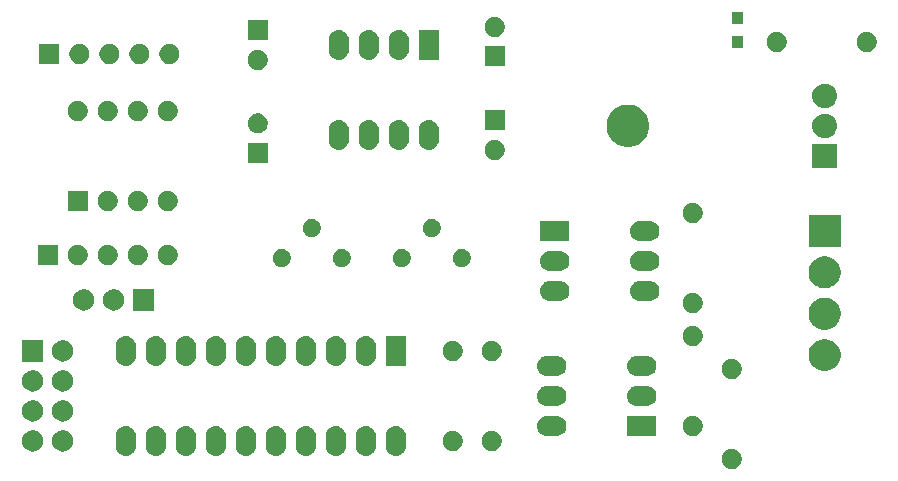
<source format=gbr>
G04 #@! TF.GenerationSoftware,KiCad,Pcbnew,(5.1.5)-3*
G04 #@! TF.CreationDate,2020-01-27T13:06:47+05:00*
G04 #@! TF.ProjectId,dimmer,64696d6d-6572-42e6-9b69-6361645f7063,0.1*
G04 #@! TF.SameCoordinates,Original*
G04 #@! TF.FileFunction,Soldermask,Bot*
G04 #@! TF.FilePolarity,Negative*
%FSLAX46Y46*%
G04 Gerber Fmt 4.6, Leading zero omitted, Abs format (unit mm)*
G04 Created by KiCad (PCBNEW (5.1.5)-3) date 2020-01-27 13:06:47*
%MOMM*%
%LPD*%
G04 APERTURE LIST*
%ADD10C,0.100000*%
G04 APERTURE END LIST*
D10*
G36*
X185668228Y-99511703D02*
G01*
X185823100Y-99575853D01*
X185962481Y-99668985D01*
X186081015Y-99787519D01*
X186174147Y-99926900D01*
X186238297Y-100081772D01*
X186271000Y-100246184D01*
X186271000Y-100413816D01*
X186238297Y-100578228D01*
X186174147Y-100733100D01*
X186081015Y-100872481D01*
X185962481Y-100991015D01*
X185823100Y-101084147D01*
X185668228Y-101148297D01*
X185503816Y-101181000D01*
X185336184Y-101181000D01*
X185171772Y-101148297D01*
X185016900Y-101084147D01*
X184877519Y-100991015D01*
X184758985Y-100872481D01*
X184665853Y-100733100D01*
X184601703Y-100578228D01*
X184569000Y-100413816D01*
X184569000Y-100246184D01*
X184601703Y-100081772D01*
X184665853Y-99926900D01*
X184758985Y-99787519D01*
X184877519Y-99668985D01*
X185016900Y-99575853D01*
X185171772Y-99511703D01*
X185336184Y-99479000D01*
X185503816Y-99479000D01*
X185668228Y-99511703D01*
G37*
G36*
X134278823Y-97567313D02*
G01*
X134439242Y-97615976D01*
X134571906Y-97686886D01*
X134587078Y-97694996D01*
X134716659Y-97801341D01*
X134823004Y-97930922D01*
X134823005Y-97930924D01*
X134902024Y-98078758D01*
X134950687Y-98239178D01*
X134963000Y-98364197D01*
X134963000Y-99247804D01*
X134950687Y-99372823D01*
X134902024Y-99533242D01*
X134887642Y-99560148D01*
X134823004Y-99681078D01*
X134801730Y-99707000D01*
X134716659Y-99810659D01*
X134587077Y-99917005D01*
X134439241Y-99996024D01*
X134278822Y-100044687D01*
X134112000Y-100061117D01*
X133945177Y-100044687D01*
X133784758Y-99996024D01*
X133636924Y-99917005D01*
X133636922Y-99917004D01*
X133507341Y-99810659D01*
X133488351Y-99787520D01*
X133400995Y-99681077D01*
X133321976Y-99533241D01*
X133273313Y-99372822D01*
X133261000Y-99247803D01*
X133261000Y-98364197D01*
X133273314Y-98239177D01*
X133321977Y-98078758D01*
X133400996Y-97930924D01*
X133400997Y-97930922D01*
X133507342Y-97801341D01*
X133636923Y-97694996D01*
X133652095Y-97686886D01*
X133784759Y-97615976D01*
X133945178Y-97567313D01*
X134112000Y-97550883D01*
X134278823Y-97567313D01*
G37*
G36*
X157138823Y-97567313D02*
G01*
X157299242Y-97615976D01*
X157431906Y-97686886D01*
X157447078Y-97694996D01*
X157576659Y-97801341D01*
X157683004Y-97930922D01*
X157683005Y-97930924D01*
X157762024Y-98078758D01*
X157810687Y-98239178D01*
X157823000Y-98364197D01*
X157823000Y-99247804D01*
X157810687Y-99372823D01*
X157762024Y-99533242D01*
X157747642Y-99560148D01*
X157683004Y-99681078D01*
X157661730Y-99707000D01*
X157576659Y-99810659D01*
X157447077Y-99917005D01*
X157299241Y-99996024D01*
X157138822Y-100044687D01*
X156972000Y-100061117D01*
X156805177Y-100044687D01*
X156644758Y-99996024D01*
X156496924Y-99917005D01*
X156496922Y-99917004D01*
X156367341Y-99810659D01*
X156348351Y-99787520D01*
X156260995Y-99681077D01*
X156181976Y-99533241D01*
X156133313Y-99372822D01*
X156121000Y-99247803D01*
X156121000Y-98364197D01*
X156133314Y-98239177D01*
X156181977Y-98078758D01*
X156260996Y-97930924D01*
X156260997Y-97930922D01*
X156367342Y-97801341D01*
X156496923Y-97694996D01*
X156512095Y-97686886D01*
X156644759Y-97615976D01*
X156805178Y-97567313D01*
X156972000Y-97550883D01*
X157138823Y-97567313D01*
G37*
G36*
X154598823Y-97567313D02*
G01*
X154759242Y-97615976D01*
X154891906Y-97686886D01*
X154907078Y-97694996D01*
X155036659Y-97801341D01*
X155143004Y-97930922D01*
X155143005Y-97930924D01*
X155222024Y-98078758D01*
X155270687Y-98239178D01*
X155283000Y-98364197D01*
X155283000Y-99247804D01*
X155270687Y-99372823D01*
X155222024Y-99533242D01*
X155207642Y-99560148D01*
X155143004Y-99681078D01*
X155121730Y-99707000D01*
X155036659Y-99810659D01*
X154907077Y-99917005D01*
X154759241Y-99996024D01*
X154598822Y-100044687D01*
X154432000Y-100061117D01*
X154265177Y-100044687D01*
X154104758Y-99996024D01*
X153956924Y-99917005D01*
X153956922Y-99917004D01*
X153827341Y-99810659D01*
X153808351Y-99787520D01*
X153720995Y-99681077D01*
X153641976Y-99533241D01*
X153593313Y-99372822D01*
X153581000Y-99247803D01*
X153581000Y-98364197D01*
X153593314Y-98239177D01*
X153641977Y-98078758D01*
X153720996Y-97930924D01*
X153720997Y-97930922D01*
X153827342Y-97801341D01*
X153956923Y-97694996D01*
X153972095Y-97686886D01*
X154104759Y-97615976D01*
X154265178Y-97567313D01*
X154432000Y-97550883D01*
X154598823Y-97567313D01*
G37*
G36*
X152058823Y-97567313D02*
G01*
X152219242Y-97615976D01*
X152351906Y-97686886D01*
X152367078Y-97694996D01*
X152496659Y-97801341D01*
X152603004Y-97930922D01*
X152603005Y-97930924D01*
X152682024Y-98078758D01*
X152730687Y-98239178D01*
X152743000Y-98364197D01*
X152743000Y-99247804D01*
X152730687Y-99372823D01*
X152682024Y-99533242D01*
X152667642Y-99560148D01*
X152603004Y-99681078D01*
X152581730Y-99707000D01*
X152496659Y-99810659D01*
X152367077Y-99917005D01*
X152219241Y-99996024D01*
X152058822Y-100044687D01*
X151892000Y-100061117D01*
X151725177Y-100044687D01*
X151564758Y-99996024D01*
X151416924Y-99917005D01*
X151416922Y-99917004D01*
X151287341Y-99810659D01*
X151268351Y-99787520D01*
X151180995Y-99681077D01*
X151101976Y-99533241D01*
X151053313Y-99372822D01*
X151041000Y-99247803D01*
X151041000Y-98364197D01*
X151053314Y-98239177D01*
X151101977Y-98078758D01*
X151180996Y-97930924D01*
X151180997Y-97930922D01*
X151287342Y-97801341D01*
X151416923Y-97694996D01*
X151432095Y-97686886D01*
X151564759Y-97615976D01*
X151725178Y-97567313D01*
X151892000Y-97550883D01*
X152058823Y-97567313D01*
G37*
G36*
X149518823Y-97567313D02*
G01*
X149679242Y-97615976D01*
X149811906Y-97686886D01*
X149827078Y-97694996D01*
X149956659Y-97801341D01*
X150063004Y-97930922D01*
X150063005Y-97930924D01*
X150142024Y-98078758D01*
X150190687Y-98239178D01*
X150203000Y-98364197D01*
X150203000Y-99247804D01*
X150190687Y-99372823D01*
X150142024Y-99533242D01*
X150127642Y-99560148D01*
X150063004Y-99681078D01*
X150041730Y-99707000D01*
X149956659Y-99810659D01*
X149827077Y-99917005D01*
X149679241Y-99996024D01*
X149518822Y-100044687D01*
X149352000Y-100061117D01*
X149185177Y-100044687D01*
X149024758Y-99996024D01*
X148876924Y-99917005D01*
X148876922Y-99917004D01*
X148747341Y-99810659D01*
X148728351Y-99787520D01*
X148640995Y-99681077D01*
X148561976Y-99533241D01*
X148513313Y-99372822D01*
X148501000Y-99247803D01*
X148501000Y-98364197D01*
X148513314Y-98239177D01*
X148561977Y-98078758D01*
X148640996Y-97930924D01*
X148640997Y-97930922D01*
X148747342Y-97801341D01*
X148876923Y-97694996D01*
X148892095Y-97686886D01*
X149024759Y-97615976D01*
X149185178Y-97567313D01*
X149352000Y-97550883D01*
X149518823Y-97567313D01*
G37*
G36*
X144438823Y-97567313D02*
G01*
X144599242Y-97615976D01*
X144731906Y-97686886D01*
X144747078Y-97694996D01*
X144876659Y-97801341D01*
X144983004Y-97930922D01*
X144983005Y-97930924D01*
X145062024Y-98078758D01*
X145110687Y-98239178D01*
X145123000Y-98364197D01*
X145123000Y-99247804D01*
X145110687Y-99372823D01*
X145062024Y-99533242D01*
X145047642Y-99560148D01*
X144983004Y-99681078D01*
X144961730Y-99707000D01*
X144876659Y-99810659D01*
X144747077Y-99917005D01*
X144599241Y-99996024D01*
X144438822Y-100044687D01*
X144272000Y-100061117D01*
X144105177Y-100044687D01*
X143944758Y-99996024D01*
X143796924Y-99917005D01*
X143796922Y-99917004D01*
X143667341Y-99810659D01*
X143648351Y-99787520D01*
X143560995Y-99681077D01*
X143481976Y-99533241D01*
X143433313Y-99372822D01*
X143421000Y-99247803D01*
X143421000Y-98364197D01*
X143433314Y-98239177D01*
X143481977Y-98078758D01*
X143560996Y-97930924D01*
X143560997Y-97930922D01*
X143667342Y-97801341D01*
X143796923Y-97694996D01*
X143812095Y-97686886D01*
X143944759Y-97615976D01*
X144105178Y-97567313D01*
X144272000Y-97550883D01*
X144438823Y-97567313D01*
G37*
G36*
X141898823Y-97567313D02*
G01*
X142059242Y-97615976D01*
X142191906Y-97686886D01*
X142207078Y-97694996D01*
X142336659Y-97801341D01*
X142443004Y-97930922D01*
X142443005Y-97930924D01*
X142522024Y-98078758D01*
X142570687Y-98239178D01*
X142583000Y-98364197D01*
X142583000Y-99247804D01*
X142570687Y-99372823D01*
X142522024Y-99533242D01*
X142507642Y-99560148D01*
X142443004Y-99681078D01*
X142421730Y-99707000D01*
X142336659Y-99810659D01*
X142207077Y-99917005D01*
X142059241Y-99996024D01*
X141898822Y-100044687D01*
X141732000Y-100061117D01*
X141565177Y-100044687D01*
X141404758Y-99996024D01*
X141256924Y-99917005D01*
X141256922Y-99917004D01*
X141127341Y-99810659D01*
X141108351Y-99787520D01*
X141020995Y-99681077D01*
X140941976Y-99533241D01*
X140893313Y-99372822D01*
X140881000Y-99247803D01*
X140881000Y-98364197D01*
X140893314Y-98239177D01*
X140941977Y-98078758D01*
X141020996Y-97930924D01*
X141020997Y-97930922D01*
X141127342Y-97801341D01*
X141256923Y-97694996D01*
X141272095Y-97686886D01*
X141404759Y-97615976D01*
X141565178Y-97567313D01*
X141732000Y-97550883D01*
X141898823Y-97567313D01*
G37*
G36*
X139358823Y-97567313D02*
G01*
X139519242Y-97615976D01*
X139651906Y-97686886D01*
X139667078Y-97694996D01*
X139796659Y-97801341D01*
X139903004Y-97930922D01*
X139903005Y-97930924D01*
X139982024Y-98078758D01*
X140030687Y-98239178D01*
X140043000Y-98364197D01*
X140043000Y-99247804D01*
X140030687Y-99372823D01*
X139982024Y-99533242D01*
X139967642Y-99560148D01*
X139903004Y-99681078D01*
X139881730Y-99707000D01*
X139796659Y-99810659D01*
X139667077Y-99917005D01*
X139519241Y-99996024D01*
X139358822Y-100044687D01*
X139192000Y-100061117D01*
X139025177Y-100044687D01*
X138864758Y-99996024D01*
X138716924Y-99917005D01*
X138716922Y-99917004D01*
X138587341Y-99810659D01*
X138568351Y-99787520D01*
X138480995Y-99681077D01*
X138401976Y-99533241D01*
X138353313Y-99372822D01*
X138341000Y-99247803D01*
X138341000Y-98364197D01*
X138353314Y-98239177D01*
X138401977Y-98078758D01*
X138480996Y-97930924D01*
X138480997Y-97930922D01*
X138587342Y-97801341D01*
X138716923Y-97694996D01*
X138732095Y-97686886D01*
X138864759Y-97615976D01*
X139025178Y-97567313D01*
X139192000Y-97550883D01*
X139358823Y-97567313D01*
G37*
G36*
X136818823Y-97567313D02*
G01*
X136979242Y-97615976D01*
X137111906Y-97686886D01*
X137127078Y-97694996D01*
X137256659Y-97801341D01*
X137363004Y-97930922D01*
X137363005Y-97930924D01*
X137442024Y-98078758D01*
X137490687Y-98239178D01*
X137503000Y-98364197D01*
X137503000Y-99247804D01*
X137490687Y-99372823D01*
X137442024Y-99533242D01*
X137427642Y-99560148D01*
X137363004Y-99681078D01*
X137341730Y-99707000D01*
X137256659Y-99810659D01*
X137127077Y-99917005D01*
X136979241Y-99996024D01*
X136818822Y-100044687D01*
X136652000Y-100061117D01*
X136485177Y-100044687D01*
X136324758Y-99996024D01*
X136176924Y-99917005D01*
X136176922Y-99917004D01*
X136047341Y-99810659D01*
X136028351Y-99787520D01*
X135940995Y-99681077D01*
X135861976Y-99533241D01*
X135813313Y-99372822D01*
X135801000Y-99247803D01*
X135801000Y-98364197D01*
X135813314Y-98239177D01*
X135861977Y-98078758D01*
X135940996Y-97930924D01*
X135940997Y-97930922D01*
X136047342Y-97801341D01*
X136176923Y-97694996D01*
X136192095Y-97686886D01*
X136324759Y-97615976D01*
X136485178Y-97567313D01*
X136652000Y-97550883D01*
X136818823Y-97567313D01*
G37*
G36*
X146978823Y-97567313D02*
G01*
X147139242Y-97615976D01*
X147271906Y-97686886D01*
X147287078Y-97694996D01*
X147416659Y-97801341D01*
X147523004Y-97930922D01*
X147523005Y-97930924D01*
X147602024Y-98078758D01*
X147650687Y-98239178D01*
X147663000Y-98364197D01*
X147663000Y-99247804D01*
X147650687Y-99372823D01*
X147602024Y-99533242D01*
X147587642Y-99560148D01*
X147523004Y-99681078D01*
X147501730Y-99707000D01*
X147416659Y-99810659D01*
X147287077Y-99917005D01*
X147139241Y-99996024D01*
X146978822Y-100044687D01*
X146812000Y-100061117D01*
X146645177Y-100044687D01*
X146484758Y-99996024D01*
X146336924Y-99917005D01*
X146336922Y-99917004D01*
X146207341Y-99810659D01*
X146188351Y-99787520D01*
X146100995Y-99681077D01*
X146021976Y-99533241D01*
X145973313Y-99372822D01*
X145961000Y-99247803D01*
X145961000Y-98364197D01*
X145973314Y-98239177D01*
X146021977Y-98078758D01*
X146100996Y-97930924D01*
X146100997Y-97930922D01*
X146207342Y-97801341D01*
X146336923Y-97694996D01*
X146352095Y-97686886D01*
X146484759Y-97615976D01*
X146645178Y-97567313D01*
X146812000Y-97550883D01*
X146978823Y-97567313D01*
G37*
G36*
X128891512Y-97909927D02*
G01*
X129040812Y-97939624D01*
X129204784Y-98007544D01*
X129352354Y-98106147D01*
X129477853Y-98231646D01*
X129576456Y-98379216D01*
X129644376Y-98543188D01*
X129679000Y-98717259D01*
X129679000Y-98894741D01*
X129644376Y-99068812D01*
X129576456Y-99232784D01*
X129477853Y-99380354D01*
X129352354Y-99505853D01*
X129204784Y-99604456D01*
X129040812Y-99672376D01*
X128891512Y-99702073D01*
X128866742Y-99707000D01*
X128689258Y-99707000D01*
X128664488Y-99702073D01*
X128515188Y-99672376D01*
X128351216Y-99604456D01*
X128203646Y-99505853D01*
X128078147Y-99380354D01*
X127979544Y-99232784D01*
X127911624Y-99068812D01*
X127877000Y-98894741D01*
X127877000Y-98717259D01*
X127911624Y-98543188D01*
X127979544Y-98379216D01*
X128078147Y-98231646D01*
X128203646Y-98106147D01*
X128351216Y-98007544D01*
X128515188Y-97939624D01*
X128664488Y-97909927D01*
X128689258Y-97905000D01*
X128866742Y-97905000D01*
X128891512Y-97909927D01*
G37*
G36*
X126351512Y-97909927D02*
G01*
X126500812Y-97939624D01*
X126664784Y-98007544D01*
X126812354Y-98106147D01*
X126937853Y-98231646D01*
X127036456Y-98379216D01*
X127104376Y-98543188D01*
X127139000Y-98717259D01*
X127139000Y-98894741D01*
X127104376Y-99068812D01*
X127036456Y-99232784D01*
X126937853Y-99380354D01*
X126812354Y-99505853D01*
X126664784Y-99604456D01*
X126500812Y-99672376D01*
X126351512Y-99702073D01*
X126326742Y-99707000D01*
X126149258Y-99707000D01*
X126124488Y-99702073D01*
X125975188Y-99672376D01*
X125811216Y-99604456D01*
X125663646Y-99505853D01*
X125538147Y-99380354D01*
X125439544Y-99232784D01*
X125371624Y-99068812D01*
X125337000Y-98894741D01*
X125337000Y-98717259D01*
X125371624Y-98543188D01*
X125439544Y-98379216D01*
X125538147Y-98231646D01*
X125663646Y-98106147D01*
X125811216Y-98007544D01*
X125975188Y-97939624D01*
X126124488Y-97909927D01*
X126149258Y-97905000D01*
X126326742Y-97905000D01*
X126351512Y-97909927D01*
G37*
G36*
X162046228Y-97987703D02*
G01*
X162201100Y-98051853D01*
X162340481Y-98144985D01*
X162459015Y-98263519D01*
X162552147Y-98402900D01*
X162616297Y-98557772D01*
X162649000Y-98722184D01*
X162649000Y-98889816D01*
X162616297Y-99054228D01*
X162552147Y-99209100D01*
X162459015Y-99348481D01*
X162340481Y-99467015D01*
X162201100Y-99560147D01*
X162046228Y-99624297D01*
X161881816Y-99657000D01*
X161714184Y-99657000D01*
X161549772Y-99624297D01*
X161394900Y-99560147D01*
X161255519Y-99467015D01*
X161136985Y-99348481D01*
X161043853Y-99209100D01*
X160979703Y-99054228D01*
X160947000Y-98889816D01*
X160947000Y-98722184D01*
X160979703Y-98557772D01*
X161043853Y-98402900D01*
X161136985Y-98263519D01*
X161255519Y-98144985D01*
X161394900Y-98051853D01*
X161549772Y-97987703D01*
X161714184Y-97955000D01*
X161881816Y-97955000D01*
X162046228Y-97987703D01*
G37*
G36*
X165348228Y-97987703D02*
G01*
X165503100Y-98051853D01*
X165642481Y-98144985D01*
X165761015Y-98263519D01*
X165854147Y-98402900D01*
X165918297Y-98557772D01*
X165951000Y-98722184D01*
X165951000Y-98889816D01*
X165918297Y-99054228D01*
X165854147Y-99209100D01*
X165761015Y-99348481D01*
X165642481Y-99467015D01*
X165503100Y-99560147D01*
X165348228Y-99624297D01*
X165183816Y-99657000D01*
X165016184Y-99657000D01*
X164851772Y-99624297D01*
X164696900Y-99560147D01*
X164557519Y-99467015D01*
X164438985Y-99348481D01*
X164345853Y-99209100D01*
X164281703Y-99054228D01*
X164249000Y-98889816D01*
X164249000Y-98722184D01*
X164281703Y-98557772D01*
X164345853Y-98402900D01*
X164438985Y-98263519D01*
X164557519Y-98144985D01*
X164696900Y-98051853D01*
X164851772Y-97987703D01*
X165016184Y-97955000D01*
X165183816Y-97955000D01*
X165348228Y-97987703D01*
G37*
G36*
X170746823Y-96697313D02*
G01*
X170907242Y-96745976D01*
X170974361Y-96781852D01*
X171055078Y-96824996D01*
X171184659Y-96931341D01*
X171291004Y-97060922D01*
X171291005Y-97060924D01*
X171370024Y-97208758D01*
X171418687Y-97369177D01*
X171435117Y-97536000D01*
X171418687Y-97702823D01*
X171370024Y-97863242D01*
X171329477Y-97939100D01*
X171291004Y-98011078D01*
X171184659Y-98140659D01*
X171055078Y-98247004D01*
X171055076Y-98247005D01*
X170907242Y-98326024D01*
X170746823Y-98374687D01*
X170621804Y-98387000D01*
X169738196Y-98387000D01*
X169613177Y-98374687D01*
X169452758Y-98326024D01*
X169304924Y-98247005D01*
X169304922Y-98247004D01*
X169175341Y-98140659D01*
X169068996Y-98011078D01*
X169030523Y-97939100D01*
X168989976Y-97863242D01*
X168941313Y-97702823D01*
X168924883Y-97536000D01*
X168941313Y-97369177D01*
X168989976Y-97208758D01*
X169068995Y-97060924D01*
X169068996Y-97060922D01*
X169175341Y-96931341D01*
X169304922Y-96824996D01*
X169385639Y-96781852D01*
X169452758Y-96745976D01*
X169613177Y-96697313D01*
X169738196Y-96685000D01*
X170621804Y-96685000D01*
X170746823Y-96697313D01*
G37*
G36*
X179051000Y-98387000D02*
G01*
X176549000Y-98387000D01*
X176549000Y-96685000D01*
X179051000Y-96685000D01*
X179051000Y-98387000D01*
G37*
G36*
X182366228Y-96717703D02*
G01*
X182521100Y-96781853D01*
X182660481Y-96874985D01*
X182779015Y-96993519D01*
X182872147Y-97132900D01*
X182936297Y-97287772D01*
X182969000Y-97452184D01*
X182969000Y-97619816D01*
X182936297Y-97784228D01*
X182872147Y-97939100D01*
X182779015Y-98078481D01*
X182660481Y-98197015D01*
X182521100Y-98290147D01*
X182366228Y-98354297D01*
X182201816Y-98387000D01*
X182034184Y-98387000D01*
X181869772Y-98354297D01*
X181714900Y-98290147D01*
X181575519Y-98197015D01*
X181456985Y-98078481D01*
X181363853Y-97939100D01*
X181299703Y-97784228D01*
X181267000Y-97619816D01*
X181267000Y-97452184D01*
X181299703Y-97287772D01*
X181363853Y-97132900D01*
X181456985Y-96993519D01*
X181575519Y-96874985D01*
X181714900Y-96781853D01*
X181869772Y-96717703D01*
X182034184Y-96685000D01*
X182201816Y-96685000D01*
X182366228Y-96717703D01*
G37*
G36*
X126351512Y-95369927D02*
G01*
X126500812Y-95399624D01*
X126664784Y-95467544D01*
X126812354Y-95566147D01*
X126937853Y-95691646D01*
X127036456Y-95839216D01*
X127104376Y-96003188D01*
X127139000Y-96177259D01*
X127139000Y-96354741D01*
X127104376Y-96528812D01*
X127036456Y-96692784D01*
X126937853Y-96840354D01*
X126812354Y-96965853D01*
X126664784Y-97064456D01*
X126500812Y-97132376D01*
X126351512Y-97162073D01*
X126326742Y-97167000D01*
X126149258Y-97167000D01*
X126124488Y-97162073D01*
X125975188Y-97132376D01*
X125811216Y-97064456D01*
X125663646Y-96965853D01*
X125538147Y-96840354D01*
X125439544Y-96692784D01*
X125371624Y-96528812D01*
X125337000Y-96354741D01*
X125337000Y-96177259D01*
X125371624Y-96003188D01*
X125439544Y-95839216D01*
X125538147Y-95691646D01*
X125663646Y-95566147D01*
X125811216Y-95467544D01*
X125975188Y-95399624D01*
X126124488Y-95369927D01*
X126149258Y-95365000D01*
X126326742Y-95365000D01*
X126351512Y-95369927D01*
G37*
G36*
X128891512Y-95369927D02*
G01*
X129040812Y-95399624D01*
X129204784Y-95467544D01*
X129352354Y-95566147D01*
X129477853Y-95691646D01*
X129576456Y-95839216D01*
X129644376Y-96003188D01*
X129679000Y-96177259D01*
X129679000Y-96354741D01*
X129644376Y-96528812D01*
X129576456Y-96692784D01*
X129477853Y-96840354D01*
X129352354Y-96965853D01*
X129204784Y-97064456D01*
X129040812Y-97132376D01*
X128891512Y-97162073D01*
X128866742Y-97167000D01*
X128689258Y-97167000D01*
X128664488Y-97162073D01*
X128515188Y-97132376D01*
X128351216Y-97064456D01*
X128203646Y-96965853D01*
X128078147Y-96840354D01*
X127979544Y-96692784D01*
X127911624Y-96528812D01*
X127877000Y-96354741D01*
X127877000Y-96177259D01*
X127911624Y-96003188D01*
X127979544Y-95839216D01*
X128078147Y-95691646D01*
X128203646Y-95566147D01*
X128351216Y-95467544D01*
X128515188Y-95399624D01*
X128664488Y-95369927D01*
X128689258Y-95365000D01*
X128866742Y-95365000D01*
X128891512Y-95369927D01*
G37*
G36*
X178366823Y-94157313D02*
G01*
X178527242Y-94205976D01*
X178659906Y-94276886D01*
X178675078Y-94284996D01*
X178804659Y-94391341D01*
X178911004Y-94520922D01*
X178911005Y-94520924D01*
X178990024Y-94668758D01*
X179038687Y-94829177D01*
X179055117Y-94996000D01*
X179038687Y-95162823D01*
X178990024Y-95323242D01*
X178949197Y-95399624D01*
X178911004Y-95471078D01*
X178804659Y-95600659D01*
X178675078Y-95707004D01*
X178675076Y-95707005D01*
X178527242Y-95786024D01*
X178366823Y-95834687D01*
X178241804Y-95847000D01*
X177358196Y-95847000D01*
X177233177Y-95834687D01*
X177072758Y-95786024D01*
X176924924Y-95707005D01*
X176924922Y-95707004D01*
X176795341Y-95600659D01*
X176688996Y-95471078D01*
X176650803Y-95399624D01*
X176609976Y-95323242D01*
X176561313Y-95162823D01*
X176544883Y-94996000D01*
X176561313Y-94829177D01*
X176609976Y-94668758D01*
X176688995Y-94520924D01*
X176688996Y-94520922D01*
X176795341Y-94391341D01*
X176924922Y-94284996D01*
X176940094Y-94276886D01*
X177072758Y-94205976D01*
X177233177Y-94157313D01*
X177358196Y-94145000D01*
X178241804Y-94145000D01*
X178366823Y-94157313D01*
G37*
G36*
X170746823Y-94157313D02*
G01*
X170907242Y-94205976D01*
X171039906Y-94276886D01*
X171055078Y-94284996D01*
X171184659Y-94391341D01*
X171291004Y-94520922D01*
X171291005Y-94520924D01*
X171370024Y-94668758D01*
X171418687Y-94829177D01*
X171435117Y-94996000D01*
X171418687Y-95162823D01*
X171370024Y-95323242D01*
X171329197Y-95399624D01*
X171291004Y-95471078D01*
X171184659Y-95600659D01*
X171055078Y-95707004D01*
X171055076Y-95707005D01*
X170907242Y-95786024D01*
X170746823Y-95834687D01*
X170621804Y-95847000D01*
X169738196Y-95847000D01*
X169613177Y-95834687D01*
X169452758Y-95786024D01*
X169304924Y-95707005D01*
X169304922Y-95707004D01*
X169175341Y-95600659D01*
X169068996Y-95471078D01*
X169030803Y-95399624D01*
X168989976Y-95323242D01*
X168941313Y-95162823D01*
X168924883Y-94996000D01*
X168941313Y-94829177D01*
X168989976Y-94668758D01*
X169068995Y-94520924D01*
X169068996Y-94520922D01*
X169175341Y-94391341D01*
X169304922Y-94284996D01*
X169320094Y-94276886D01*
X169452758Y-94205976D01*
X169613177Y-94157313D01*
X169738196Y-94145000D01*
X170621804Y-94145000D01*
X170746823Y-94157313D01*
G37*
G36*
X126351512Y-92829927D02*
G01*
X126500812Y-92859624D01*
X126664784Y-92927544D01*
X126812354Y-93026147D01*
X126937853Y-93151646D01*
X127036456Y-93299216D01*
X127104376Y-93463188D01*
X127139000Y-93637259D01*
X127139000Y-93814741D01*
X127104376Y-93988812D01*
X127036456Y-94152784D01*
X126937853Y-94300354D01*
X126812354Y-94425853D01*
X126664784Y-94524456D01*
X126500812Y-94592376D01*
X126351512Y-94622073D01*
X126326742Y-94627000D01*
X126149258Y-94627000D01*
X126124488Y-94622073D01*
X125975188Y-94592376D01*
X125811216Y-94524456D01*
X125663646Y-94425853D01*
X125538147Y-94300354D01*
X125439544Y-94152784D01*
X125371624Y-93988812D01*
X125337000Y-93814741D01*
X125337000Y-93637259D01*
X125371624Y-93463188D01*
X125439544Y-93299216D01*
X125538147Y-93151646D01*
X125663646Y-93026147D01*
X125811216Y-92927544D01*
X125975188Y-92859624D01*
X126124488Y-92829927D01*
X126149258Y-92825000D01*
X126326742Y-92825000D01*
X126351512Y-92829927D01*
G37*
G36*
X128891512Y-92829927D02*
G01*
X129040812Y-92859624D01*
X129204784Y-92927544D01*
X129352354Y-93026147D01*
X129477853Y-93151646D01*
X129576456Y-93299216D01*
X129644376Y-93463188D01*
X129679000Y-93637259D01*
X129679000Y-93814741D01*
X129644376Y-93988812D01*
X129576456Y-94152784D01*
X129477853Y-94300354D01*
X129352354Y-94425853D01*
X129204784Y-94524456D01*
X129040812Y-94592376D01*
X128891512Y-94622073D01*
X128866742Y-94627000D01*
X128689258Y-94627000D01*
X128664488Y-94622073D01*
X128515188Y-94592376D01*
X128351216Y-94524456D01*
X128203646Y-94425853D01*
X128078147Y-94300354D01*
X127979544Y-94152784D01*
X127911624Y-93988812D01*
X127877000Y-93814741D01*
X127877000Y-93637259D01*
X127911624Y-93463188D01*
X127979544Y-93299216D01*
X128078147Y-93151646D01*
X128203646Y-93026147D01*
X128351216Y-92927544D01*
X128515188Y-92859624D01*
X128664488Y-92829927D01*
X128689258Y-92825000D01*
X128866742Y-92825000D01*
X128891512Y-92829927D01*
G37*
G36*
X185668228Y-91891703D02*
G01*
X185823100Y-91955853D01*
X185962481Y-92048985D01*
X186081015Y-92167519D01*
X186174147Y-92306900D01*
X186238297Y-92461772D01*
X186271000Y-92626184D01*
X186271000Y-92793816D01*
X186238297Y-92958228D01*
X186174147Y-93113100D01*
X186081015Y-93252481D01*
X185962481Y-93371015D01*
X185823100Y-93464147D01*
X185668228Y-93528297D01*
X185503816Y-93561000D01*
X185336184Y-93561000D01*
X185171772Y-93528297D01*
X185016900Y-93464147D01*
X184877519Y-93371015D01*
X184758985Y-93252481D01*
X184665853Y-93113100D01*
X184601703Y-92958228D01*
X184569000Y-92793816D01*
X184569000Y-92626184D01*
X184601703Y-92461772D01*
X184665853Y-92306900D01*
X184758985Y-92167519D01*
X184877519Y-92048985D01*
X185016900Y-91955853D01*
X185171772Y-91891703D01*
X185336184Y-91859000D01*
X185503816Y-91859000D01*
X185668228Y-91891703D01*
G37*
G36*
X178366823Y-91617313D02*
G01*
X178527242Y-91665976D01*
X178659906Y-91736886D01*
X178675078Y-91744996D01*
X178804659Y-91851341D01*
X178911004Y-91980922D01*
X178911005Y-91980924D01*
X178990024Y-92128758D01*
X179038687Y-92289177D01*
X179055117Y-92456000D01*
X179038687Y-92622823D01*
X178990024Y-92783242D01*
X178967660Y-92825082D01*
X178911004Y-92931078D01*
X178804659Y-93060659D01*
X178675078Y-93167004D01*
X178675076Y-93167005D01*
X178527242Y-93246024D01*
X178366823Y-93294687D01*
X178241804Y-93307000D01*
X177358196Y-93307000D01*
X177233177Y-93294687D01*
X177072758Y-93246024D01*
X176924924Y-93167005D01*
X176924922Y-93167004D01*
X176795341Y-93060659D01*
X176688996Y-92931078D01*
X176632340Y-92825082D01*
X176609976Y-92783242D01*
X176561313Y-92622823D01*
X176544883Y-92456000D01*
X176561313Y-92289177D01*
X176609976Y-92128758D01*
X176688995Y-91980924D01*
X176688996Y-91980922D01*
X176795341Y-91851341D01*
X176924922Y-91744996D01*
X176940094Y-91736886D01*
X177072758Y-91665976D01*
X177233177Y-91617313D01*
X177358196Y-91605000D01*
X178241804Y-91605000D01*
X178366823Y-91617313D01*
G37*
G36*
X170746823Y-91617313D02*
G01*
X170907242Y-91665976D01*
X171039906Y-91736886D01*
X171055078Y-91744996D01*
X171184659Y-91851341D01*
X171291004Y-91980922D01*
X171291005Y-91980924D01*
X171370024Y-92128758D01*
X171418687Y-92289177D01*
X171435117Y-92456000D01*
X171418687Y-92622823D01*
X171370024Y-92783242D01*
X171347660Y-92825082D01*
X171291004Y-92931078D01*
X171184659Y-93060659D01*
X171055078Y-93167004D01*
X171055076Y-93167005D01*
X170907242Y-93246024D01*
X170746823Y-93294687D01*
X170621804Y-93307000D01*
X169738196Y-93307000D01*
X169613177Y-93294687D01*
X169452758Y-93246024D01*
X169304924Y-93167005D01*
X169304922Y-93167004D01*
X169175341Y-93060659D01*
X169068996Y-92931078D01*
X169012340Y-92825082D01*
X168989976Y-92783242D01*
X168941313Y-92622823D01*
X168924883Y-92456000D01*
X168941313Y-92289177D01*
X168989976Y-92128758D01*
X169068995Y-91980924D01*
X169068996Y-91980922D01*
X169175341Y-91851341D01*
X169304922Y-91744996D01*
X169320094Y-91736886D01*
X169452758Y-91665976D01*
X169613177Y-91617313D01*
X169738196Y-91605000D01*
X170621804Y-91605000D01*
X170746823Y-91617313D01*
G37*
G36*
X193688072Y-90226918D02*
G01*
X193911888Y-90319625D01*
X193933939Y-90328759D01*
X193943279Y-90335000D01*
X194155211Y-90476609D01*
X194343391Y-90664789D01*
X194389835Y-90734297D01*
X194422313Y-90782903D01*
X194491242Y-90886063D01*
X194593082Y-91131928D01*
X194645000Y-91392937D01*
X194645000Y-91659063D01*
X194593082Y-91920072D01*
X194523939Y-92087000D01*
X194491241Y-92165939D01*
X194416813Y-92277328D01*
X194343391Y-92387211D01*
X194155211Y-92575391D01*
X194045328Y-92648813D01*
X193933939Y-92723241D01*
X193933938Y-92723242D01*
X193933937Y-92723242D01*
X193688072Y-92825082D01*
X193427063Y-92877000D01*
X193160937Y-92877000D01*
X192899928Y-92825082D01*
X192654063Y-92723242D01*
X192654062Y-92723242D01*
X192654061Y-92723241D01*
X192542672Y-92648813D01*
X192432789Y-92575391D01*
X192244609Y-92387211D01*
X192171187Y-92277328D01*
X192096759Y-92165939D01*
X192064062Y-92087000D01*
X191994918Y-91920072D01*
X191943000Y-91659063D01*
X191943000Y-91392937D01*
X191994918Y-91131928D01*
X192096758Y-90886063D01*
X192165688Y-90782903D01*
X192198165Y-90734297D01*
X192244609Y-90664789D01*
X192432789Y-90476609D01*
X192644721Y-90335000D01*
X192654061Y-90328759D01*
X192676113Y-90319625D01*
X192899928Y-90226918D01*
X193160937Y-90175000D01*
X193427063Y-90175000D01*
X193688072Y-90226918D01*
G37*
G36*
X146978823Y-89947313D02*
G01*
X147139242Y-89995976D01*
X147271906Y-90066886D01*
X147287078Y-90074996D01*
X147416659Y-90181341D01*
X147523004Y-90310922D01*
X147523005Y-90310924D01*
X147602024Y-90458758D01*
X147650687Y-90619178D01*
X147663000Y-90744197D01*
X147663000Y-91627804D01*
X147650687Y-91752823D01*
X147602024Y-91913242D01*
X147587642Y-91940148D01*
X147523004Y-92061078D01*
X147436948Y-92165937D01*
X147416659Y-92190659D01*
X147287077Y-92297005D01*
X147139241Y-92376024D01*
X146978822Y-92424687D01*
X146812000Y-92441117D01*
X146645177Y-92424687D01*
X146484758Y-92376024D01*
X146336924Y-92297005D01*
X146336922Y-92297004D01*
X146207341Y-92190659D01*
X146188351Y-92167520D01*
X146100995Y-92061077D01*
X146021976Y-91913241D01*
X145973313Y-91752822D01*
X145961000Y-91627803D01*
X145961000Y-90744197D01*
X145973314Y-90619177D01*
X146021977Y-90458758D01*
X146100996Y-90310924D01*
X146100997Y-90310922D01*
X146207342Y-90181341D01*
X146336923Y-90074996D01*
X146352095Y-90066886D01*
X146484759Y-89995976D01*
X146645178Y-89947313D01*
X146812000Y-89930883D01*
X146978823Y-89947313D01*
G37*
G36*
X139358823Y-89947313D02*
G01*
X139519242Y-89995976D01*
X139651906Y-90066886D01*
X139667078Y-90074996D01*
X139796659Y-90181341D01*
X139903004Y-90310922D01*
X139903005Y-90310924D01*
X139982024Y-90458758D01*
X140030687Y-90619178D01*
X140043000Y-90744197D01*
X140043000Y-91627804D01*
X140030687Y-91752823D01*
X139982024Y-91913242D01*
X139967642Y-91940148D01*
X139903004Y-92061078D01*
X139816948Y-92165937D01*
X139796659Y-92190659D01*
X139667077Y-92297005D01*
X139519241Y-92376024D01*
X139358822Y-92424687D01*
X139192000Y-92441117D01*
X139025177Y-92424687D01*
X138864758Y-92376024D01*
X138716924Y-92297005D01*
X138716922Y-92297004D01*
X138587341Y-92190659D01*
X138568351Y-92167520D01*
X138480995Y-92061077D01*
X138401976Y-91913241D01*
X138353313Y-91752822D01*
X138341000Y-91627803D01*
X138341000Y-90744197D01*
X138353314Y-90619177D01*
X138401977Y-90458758D01*
X138480996Y-90310924D01*
X138480997Y-90310922D01*
X138587342Y-90181341D01*
X138716923Y-90074996D01*
X138732095Y-90066886D01*
X138864759Y-89995976D01*
X139025178Y-89947313D01*
X139192000Y-89930883D01*
X139358823Y-89947313D01*
G37*
G36*
X141898823Y-89947313D02*
G01*
X142059242Y-89995976D01*
X142191906Y-90066886D01*
X142207078Y-90074996D01*
X142336659Y-90181341D01*
X142443004Y-90310922D01*
X142443005Y-90310924D01*
X142522024Y-90458758D01*
X142570687Y-90619178D01*
X142583000Y-90744197D01*
X142583000Y-91627804D01*
X142570687Y-91752823D01*
X142522024Y-91913242D01*
X142507642Y-91940148D01*
X142443004Y-92061078D01*
X142356948Y-92165937D01*
X142336659Y-92190659D01*
X142207077Y-92297005D01*
X142059241Y-92376024D01*
X141898822Y-92424687D01*
X141732000Y-92441117D01*
X141565177Y-92424687D01*
X141404758Y-92376024D01*
X141256924Y-92297005D01*
X141256922Y-92297004D01*
X141127341Y-92190659D01*
X141108351Y-92167520D01*
X141020995Y-92061077D01*
X140941976Y-91913241D01*
X140893313Y-91752822D01*
X140881000Y-91627803D01*
X140881000Y-90744197D01*
X140893314Y-90619177D01*
X140941977Y-90458758D01*
X141020996Y-90310924D01*
X141020997Y-90310922D01*
X141127342Y-90181341D01*
X141256923Y-90074996D01*
X141272095Y-90066886D01*
X141404759Y-89995976D01*
X141565178Y-89947313D01*
X141732000Y-89930883D01*
X141898823Y-89947313D01*
G37*
G36*
X136818823Y-89947313D02*
G01*
X136979242Y-89995976D01*
X137111906Y-90066886D01*
X137127078Y-90074996D01*
X137256659Y-90181341D01*
X137363004Y-90310922D01*
X137363005Y-90310924D01*
X137442024Y-90458758D01*
X137490687Y-90619178D01*
X137503000Y-90744197D01*
X137503000Y-91627804D01*
X137490687Y-91752823D01*
X137442024Y-91913242D01*
X137427642Y-91940148D01*
X137363004Y-92061078D01*
X137276948Y-92165937D01*
X137256659Y-92190659D01*
X137127077Y-92297005D01*
X136979241Y-92376024D01*
X136818822Y-92424687D01*
X136652000Y-92441117D01*
X136485177Y-92424687D01*
X136324758Y-92376024D01*
X136176924Y-92297005D01*
X136176922Y-92297004D01*
X136047341Y-92190659D01*
X136028351Y-92167520D01*
X135940995Y-92061077D01*
X135861976Y-91913241D01*
X135813313Y-91752822D01*
X135801000Y-91627803D01*
X135801000Y-90744197D01*
X135813314Y-90619177D01*
X135861977Y-90458758D01*
X135940996Y-90310924D01*
X135940997Y-90310922D01*
X136047342Y-90181341D01*
X136176923Y-90074996D01*
X136192095Y-90066886D01*
X136324759Y-89995976D01*
X136485178Y-89947313D01*
X136652000Y-89930883D01*
X136818823Y-89947313D01*
G37*
G36*
X134278823Y-89947313D02*
G01*
X134439242Y-89995976D01*
X134571906Y-90066886D01*
X134587078Y-90074996D01*
X134716659Y-90181341D01*
X134823004Y-90310922D01*
X134823005Y-90310924D01*
X134902024Y-90458758D01*
X134950687Y-90619178D01*
X134963000Y-90744197D01*
X134963000Y-91627804D01*
X134950687Y-91752823D01*
X134902024Y-91913242D01*
X134887642Y-91940148D01*
X134823004Y-92061078D01*
X134736948Y-92165937D01*
X134716659Y-92190659D01*
X134587077Y-92297005D01*
X134439241Y-92376024D01*
X134278822Y-92424687D01*
X134112000Y-92441117D01*
X133945177Y-92424687D01*
X133784758Y-92376024D01*
X133636924Y-92297005D01*
X133636922Y-92297004D01*
X133507341Y-92190659D01*
X133488351Y-92167520D01*
X133400995Y-92061077D01*
X133321976Y-91913241D01*
X133273313Y-91752822D01*
X133261000Y-91627803D01*
X133261000Y-90744197D01*
X133273314Y-90619177D01*
X133321977Y-90458758D01*
X133400996Y-90310924D01*
X133400997Y-90310922D01*
X133507342Y-90181341D01*
X133636923Y-90074996D01*
X133652095Y-90066886D01*
X133784759Y-89995976D01*
X133945178Y-89947313D01*
X134112000Y-89930883D01*
X134278823Y-89947313D01*
G37*
G36*
X152058823Y-89947313D02*
G01*
X152219242Y-89995976D01*
X152351906Y-90066886D01*
X152367078Y-90074996D01*
X152496659Y-90181341D01*
X152603004Y-90310922D01*
X152603005Y-90310924D01*
X152682024Y-90458758D01*
X152730687Y-90619178D01*
X152743000Y-90744197D01*
X152743000Y-91627804D01*
X152730687Y-91752823D01*
X152682024Y-91913242D01*
X152667642Y-91940148D01*
X152603004Y-92061078D01*
X152516948Y-92165937D01*
X152496659Y-92190659D01*
X152367077Y-92297005D01*
X152219241Y-92376024D01*
X152058822Y-92424687D01*
X151892000Y-92441117D01*
X151725177Y-92424687D01*
X151564758Y-92376024D01*
X151416924Y-92297005D01*
X151416922Y-92297004D01*
X151287341Y-92190659D01*
X151268351Y-92167520D01*
X151180995Y-92061077D01*
X151101976Y-91913241D01*
X151053313Y-91752822D01*
X151041000Y-91627803D01*
X151041000Y-90744197D01*
X151053314Y-90619177D01*
X151101977Y-90458758D01*
X151180996Y-90310924D01*
X151180997Y-90310922D01*
X151287342Y-90181341D01*
X151416923Y-90074996D01*
X151432095Y-90066886D01*
X151564759Y-89995976D01*
X151725178Y-89947313D01*
X151892000Y-89930883D01*
X152058823Y-89947313D01*
G37*
G36*
X149518823Y-89947313D02*
G01*
X149679242Y-89995976D01*
X149811906Y-90066886D01*
X149827078Y-90074996D01*
X149956659Y-90181341D01*
X150063004Y-90310922D01*
X150063005Y-90310924D01*
X150142024Y-90458758D01*
X150190687Y-90619178D01*
X150203000Y-90744197D01*
X150203000Y-91627804D01*
X150190687Y-91752823D01*
X150142024Y-91913242D01*
X150127642Y-91940148D01*
X150063004Y-92061078D01*
X149976948Y-92165937D01*
X149956659Y-92190659D01*
X149827077Y-92297005D01*
X149679241Y-92376024D01*
X149518822Y-92424687D01*
X149352000Y-92441117D01*
X149185177Y-92424687D01*
X149024758Y-92376024D01*
X148876924Y-92297005D01*
X148876922Y-92297004D01*
X148747341Y-92190659D01*
X148728351Y-92167520D01*
X148640995Y-92061077D01*
X148561976Y-91913241D01*
X148513313Y-91752822D01*
X148501000Y-91627803D01*
X148501000Y-90744197D01*
X148513314Y-90619177D01*
X148561977Y-90458758D01*
X148640996Y-90310924D01*
X148640997Y-90310922D01*
X148747342Y-90181341D01*
X148876923Y-90074996D01*
X148892095Y-90066886D01*
X149024759Y-89995976D01*
X149185178Y-89947313D01*
X149352000Y-89930883D01*
X149518823Y-89947313D01*
G37*
G36*
X144438823Y-89947313D02*
G01*
X144599242Y-89995976D01*
X144731906Y-90066886D01*
X144747078Y-90074996D01*
X144876659Y-90181341D01*
X144983004Y-90310922D01*
X144983005Y-90310924D01*
X145062024Y-90458758D01*
X145110687Y-90619178D01*
X145123000Y-90744197D01*
X145123000Y-91627804D01*
X145110687Y-91752823D01*
X145062024Y-91913242D01*
X145047642Y-91940148D01*
X144983004Y-92061078D01*
X144896948Y-92165937D01*
X144876659Y-92190659D01*
X144747077Y-92297005D01*
X144599241Y-92376024D01*
X144438822Y-92424687D01*
X144272000Y-92441117D01*
X144105177Y-92424687D01*
X143944758Y-92376024D01*
X143796924Y-92297005D01*
X143796922Y-92297004D01*
X143667341Y-92190659D01*
X143648351Y-92167520D01*
X143560995Y-92061077D01*
X143481976Y-91913241D01*
X143433313Y-91752822D01*
X143421000Y-91627803D01*
X143421000Y-90744197D01*
X143433314Y-90619177D01*
X143481977Y-90458758D01*
X143560996Y-90310924D01*
X143560997Y-90310922D01*
X143667342Y-90181341D01*
X143796923Y-90074996D01*
X143812095Y-90066886D01*
X143944759Y-89995976D01*
X144105178Y-89947313D01*
X144272000Y-89930883D01*
X144438823Y-89947313D01*
G37*
G36*
X154598823Y-89947313D02*
G01*
X154759242Y-89995976D01*
X154891906Y-90066886D01*
X154907078Y-90074996D01*
X155036659Y-90181341D01*
X155143004Y-90310922D01*
X155143005Y-90310924D01*
X155222024Y-90458758D01*
X155270687Y-90619178D01*
X155283000Y-90744197D01*
X155283000Y-91627804D01*
X155270687Y-91752823D01*
X155222024Y-91913242D01*
X155207642Y-91940148D01*
X155143004Y-92061078D01*
X155056948Y-92165937D01*
X155036659Y-92190659D01*
X154907077Y-92297005D01*
X154759241Y-92376024D01*
X154598822Y-92424687D01*
X154432000Y-92441117D01*
X154265177Y-92424687D01*
X154104758Y-92376024D01*
X153956924Y-92297005D01*
X153956922Y-92297004D01*
X153827341Y-92190659D01*
X153808351Y-92167520D01*
X153720995Y-92061077D01*
X153641976Y-91913241D01*
X153593313Y-91752822D01*
X153581000Y-91627803D01*
X153581000Y-90744197D01*
X153593314Y-90619177D01*
X153641977Y-90458758D01*
X153720996Y-90310924D01*
X153720997Y-90310922D01*
X153827342Y-90181341D01*
X153956923Y-90074996D01*
X153972095Y-90066886D01*
X154104759Y-89995976D01*
X154265178Y-89947313D01*
X154432000Y-89930883D01*
X154598823Y-89947313D01*
G37*
G36*
X157823000Y-92437000D02*
G01*
X156121000Y-92437000D01*
X156121000Y-89935000D01*
X157823000Y-89935000D01*
X157823000Y-92437000D01*
G37*
G36*
X128891512Y-90289927D02*
G01*
X129040812Y-90319624D01*
X129204784Y-90387544D01*
X129352354Y-90486147D01*
X129477853Y-90611646D01*
X129576456Y-90759216D01*
X129644376Y-90923188D01*
X129679000Y-91097259D01*
X129679000Y-91274741D01*
X129644376Y-91448812D01*
X129576456Y-91612784D01*
X129477853Y-91760354D01*
X129352354Y-91885853D01*
X129204784Y-91984456D01*
X129040812Y-92052376D01*
X128891512Y-92082073D01*
X128866742Y-92087000D01*
X128689258Y-92087000D01*
X128664488Y-92082073D01*
X128515188Y-92052376D01*
X128351216Y-91984456D01*
X128203646Y-91885853D01*
X128078147Y-91760354D01*
X127979544Y-91612784D01*
X127911624Y-91448812D01*
X127877000Y-91274741D01*
X127877000Y-91097259D01*
X127911624Y-90923188D01*
X127979544Y-90759216D01*
X128078147Y-90611646D01*
X128203646Y-90486147D01*
X128351216Y-90387544D01*
X128515188Y-90319624D01*
X128664488Y-90289927D01*
X128689258Y-90285000D01*
X128866742Y-90285000D01*
X128891512Y-90289927D01*
G37*
G36*
X127139000Y-92087000D02*
G01*
X125337000Y-92087000D01*
X125337000Y-90285000D01*
X127139000Y-90285000D01*
X127139000Y-92087000D01*
G37*
G36*
X162046228Y-90367703D02*
G01*
X162201100Y-90431853D01*
X162340481Y-90524985D01*
X162459015Y-90643519D01*
X162552147Y-90782900D01*
X162616297Y-90937772D01*
X162649000Y-91102184D01*
X162649000Y-91269816D01*
X162616297Y-91434228D01*
X162552147Y-91589100D01*
X162459015Y-91728481D01*
X162340481Y-91847015D01*
X162201100Y-91940147D01*
X162046228Y-92004297D01*
X161881816Y-92037000D01*
X161714184Y-92037000D01*
X161549772Y-92004297D01*
X161394900Y-91940147D01*
X161255519Y-91847015D01*
X161136985Y-91728481D01*
X161043853Y-91589100D01*
X160979703Y-91434228D01*
X160947000Y-91269816D01*
X160947000Y-91102184D01*
X160979703Y-90937772D01*
X161043853Y-90782900D01*
X161136985Y-90643519D01*
X161255519Y-90524985D01*
X161394900Y-90431853D01*
X161549772Y-90367703D01*
X161714184Y-90335000D01*
X161881816Y-90335000D01*
X162046228Y-90367703D01*
G37*
G36*
X165348228Y-90367703D02*
G01*
X165503100Y-90431853D01*
X165642481Y-90524985D01*
X165761015Y-90643519D01*
X165854147Y-90782900D01*
X165918297Y-90937772D01*
X165951000Y-91102184D01*
X165951000Y-91269816D01*
X165918297Y-91434228D01*
X165854147Y-91589100D01*
X165761015Y-91728481D01*
X165642481Y-91847015D01*
X165503100Y-91940147D01*
X165348228Y-92004297D01*
X165183816Y-92037000D01*
X165016184Y-92037000D01*
X164851772Y-92004297D01*
X164696900Y-91940147D01*
X164557519Y-91847015D01*
X164438985Y-91728481D01*
X164345853Y-91589100D01*
X164281703Y-91434228D01*
X164249000Y-91269816D01*
X164249000Y-91102184D01*
X164281703Y-90937772D01*
X164345853Y-90782900D01*
X164438985Y-90643519D01*
X164557519Y-90524985D01*
X164696900Y-90431853D01*
X164851772Y-90367703D01*
X165016184Y-90335000D01*
X165183816Y-90335000D01*
X165348228Y-90367703D01*
G37*
G36*
X182366228Y-89097703D02*
G01*
X182521100Y-89161853D01*
X182660481Y-89254985D01*
X182779015Y-89373519D01*
X182872147Y-89512900D01*
X182936297Y-89667772D01*
X182969000Y-89832184D01*
X182969000Y-89999816D01*
X182936297Y-90164228D01*
X182872147Y-90319100D01*
X182779015Y-90458481D01*
X182660481Y-90577015D01*
X182521100Y-90670147D01*
X182366228Y-90734297D01*
X182201816Y-90767000D01*
X182034184Y-90767000D01*
X181869772Y-90734297D01*
X181714900Y-90670147D01*
X181575519Y-90577015D01*
X181456985Y-90458481D01*
X181363853Y-90319100D01*
X181299703Y-90164228D01*
X181267000Y-89999816D01*
X181267000Y-89832184D01*
X181299703Y-89667772D01*
X181363853Y-89512900D01*
X181456985Y-89373519D01*
X181575519Y-89254985D01*
X181714900Y-89161853D01*
X181869772Y-89097703D01*
X182034184Y-89065000D01*
X182201816Y-89065000D01*
X182366228Y-89097703D01*
G37*
G36*
X193688072Y-86726918D02*
G01*
X193905563Y-86817005D01*
X193933939Y-86828759D01*
X194001304Y-86873771D01*
X194125477Y-86956741D01*
X194155212Y-86976610D01*
X194343390Y-87164788D01*
X194480662Y-87370228D01*
X194491242Y-87386063D01*
X194593082Y-87631928D01*
X194645000Y-87892937D01*
X194645000Y-88159063D01*
X194593082Y-88420072D01*
X194491242Y-88665937D01*
X194343391Y-88887211D01*
X194155211Y-89075391D01*
X194045328Y-89148813D01*
X193933939Y-89223241D01*
X193933938Y-89223242D01*
X193933937Y-89223242D01*
X193688072Y-89325082D01*
X193427063Y-89377000D01*
X193160937Y-89377000D01*
X192899928Y-89325082D01*
X192654063Y-89223242D01*
X192654062Y-89223242D01*
X192654061Y-89223241D01*
X192542672Y-89148813D01*
X192432789Y-89075391D01*
X192244609Y-88887211D01*
X192096758Y-88665937D01*
X191994918Y-88420072D01*
X191943000Y-88159063D01*
X191943000Y-87892937D01*
X191994918Y-87631928D01*
X192096758Y-87386063D01*
X192107339Y-87370228D01*
X192244610Y-87164788D01*
X192432788Y-86976610D01*
X192462524Y-86956741D01*
X192586696Y-86873771D01*
X192654061Y-86828759D01*
X192682438Y-86817005D01*
X192899928Y-86726918D01*
X193160937Y-86675000D01*
X193427063Y-86675000D01*
X193688072Y-86726918D01*
G37*
G36*
X182366228Y-86303703D02*
G01*
X182521100Y-86367853D01*
X182660481Y-86460985D01*
X182779015Y-86579519D01*
X182872147Y-86718900D01*
X182936297Y-86873772D01*
X182969000Y-87038184D01*
X182969000Y-87205816D01*
X182936297Y-87370228D01*
X182872147Y-87525100D01*
X182779015Y-87664481D01*
X182660481Y-87783015D01*
X182521100Y-87876147D01*
X182366228Y-87940297D01*
X182201816Y-87973000D01*
X182034184Y-87973000D01*
X181869772Y-87940297D01*
X181714900Y-87876147D01*
X181575519Y-87783015D01*
X181456985Y-87664481D01*
X181363853Y-87525100D01*
X181299703Y-87370228D01*
X181267000Y-87205816D01*
X181267000Y-87038184D01*
X181299703Y-86873772D01*
X181363853Y-86718900D01*
X181456985Y-86579519D01*
X181575519Y-86460985D01*
X181714900Y-86367853D01*
X181869772Y-86303703D01*
X182034184Y-86271000D01*
X182201816Y-86271000D01*
X182366228Y-86303703D01*
G37*
G36*
X136537000Y-87769000D02*
G01*
X134735000Y-87769000D01*
X134735000Y-85967000D01*
X136537000Y-85967000D01*
X136537000Y-87769000D01*
G37*
G36*
X133209512Y-85971927D02*
G01*
X133358812Y-86001624D01*
X133522784Y-86069544D01*
X133670354Y-86168147D01*
X133795853Y-86293646D01*
X133894456Y-86441216D01*
X133962376Y-86605188D01*
X133986589Y-86726918D01*
X133997000Y-86779258D01*
X133997000Y-86956742D01*
X133993048Y-86976609D01*
X133962376Y-87130812D01*
X133894456Y-87294784D01*
X133795853Y-87442354D01*
X133670354Y-87567853D01*
X133522784Y-87666456D01*
X133358812Y-87734376D01*
X133209512Y-87764073D01*
X133184742Y-87769000D01*
X133007258Y-87769000D01*
X132982488Y-87764073D01*
X132833188Y-87734376D01*
X132669216Y-87666456D01*
X132521646Y-87567853D01*
X132396147Y-87442354D01*
X132297544Y-87294784D01*
X132229624Y-87130812D01*
X132198952Y-86976609D01*
X132195000Y-86956742D01*
X132195000Y-86779258D01*
X132205411Y-86726918D01*
X132229624Y-86605188D01*
X132297544Y-86441216D01*
X132396147Y-86293646D01*
X132521646Y-86168147D01*
X132669216Y-86069544D01*
X132833188Y-86001624D01*
X132982488Y-85971927D01*
X133007258Y-85967000D01*
X133184742Y-85967000D01*
X133209512Y-85971927D01*
G37*
G36*
X130669512Y-85971927D02*
G01*
X130818812Y-86001624D01*
X130982784Y-86069544D01*
X131130354Y-86168147D01*
X131255853Y-86293646D01*
X131354456Y-86441216D01*
X131422376Y-86605188D01*
X131446589Y-86726918D01*
X131457000Y-86779258D01*
X131457000Y-86956742D01*
X131453048Y-86976609D01*
X131422376Y-87130812D01*
X131354456Y-87294784D01*
X131255853Y-87442354D01*
X131130354Y-87567853D01*
X130982784Y-87666456D01*
X130818812Y-87734376D01*
X130669512Y-87764073D01*
X130644742Y-87769000D01*
X130467258Y-87769000D01*
X130442488Y-87764073D01*
X130293188Y-87734376D01*
X130129216Y-87666456D01*
X129981646Y-87567853D01*
X129856147Y-87442354D01*
X129757544Y-87294784D01*
X129689624Y-87130812D01*
X129658952Y-86976609D01*
X129655000Y-86956742D01*
X129655000Y-86779258D01*
X129665411Y-86726918D01*
X129689624Y-86605188D01*
X129757544Y-86441216D01*
X129856147Y-86293646D01*
X129981646Y-86168147D01*
X130129216Y-86069544D01*
X130293188Y-86001624D01*
X130442488Y-85971927D01*
X130467258Y-85967000D01*
X130644742Y-85967000D01*
X130669512Y-85971927D01*
G37*
G36*
X171000823Y-85267313D02*
G01*
X171161242Y-85315976D01*
X171293906Y-85386886D01*
X171309078Y-85394996D01*
X171438659Y-85501341D01*
X171545004Y-85630922D01*
X171545005Y-85630924D01*
X171624024Y-85778758D01*
X171672687Y-85939177D01*
X171689117Y-86106000D01*
X171672687Y-86272823D01*
X171624024Y-86433242D01*
X171609195Y-86460985D01*
X171545004Y-86581078D01*
X171438659Y-86710659D01*
X171309078Y-86817004D01*
X171309076Y-86817005D01*
X171161242Y-86896024D01*
X171000823Y-86944687D01*
X170875804Y-86957000D01*
X169992196Y-86957000D01*
X169867177Y-86944687D01*
X169706758Y-86896024D01*
X169558924Y-86817005D01*
X169558922Y-86817004D01*
X169429341Y-86710659D01*
X169322996Y-86581078D01*
X169258805Y-86460985D01*
X169243976Y-86433242D01*
X169195313Y-86272823D01*
X169178883Y-86106000D01*
X169195313Y-85939177D01*
X169243976Y-85778758D01*
X169322995Y-85630924D01*
X169322996Y-85630922D01*
X169429341Y-85501341D01*
X169558922Y-85394996D01*
X169574094Y-85386886D01*
X169706758Y-85315976D01*
X169867177Y-85267313D01*
X169992196Y-85255000D01*
X170875804Y-85255000D01*
X171000823Y-85267313D01*
G37*
G36*
X178620823Y-85267313D02*
G01*
X178781242Y-85315976D01*
X178913906Y-85386886D01*
X178929078Y-85394996D01*
X179058659Y-85501341D01*
X179165004Y-85630922D01*
X179165005Y-85630924D01*
X179244024Y-85778758D01*
X179292687Y-85939177D01*
X179309117Y-86106000D01*
X179292687Y-86272823D01*
X179244024Y-86433242D01*
X179229195Y-86460985D01*
X179165004Y-86581078D01*
X179058659Y-86710659D01*
X178929078Y-86817004D01*
X178929076Y-86817005D01*
X178781242Y-86896024D01*
X178620823Y-86944687D01*
X178495804Y-86957000D01*
X177612196Y-86957000D01*
X177487177Y-86944687D01*
X177326758Y-86896024D01*
X177178924Y-86817005D01*
X177178922Y-86817004D01*
X177049341Y-86710659D01*
X176942996Y-86581078D01*
X176878805Y-86460985D01*
X176863976Y-86433242D01*
X176815313Y-86272823D01*
X176798883Y-86106000D01*
X176815313Y-85939177D01*
X176863976Y-85778758D01*
X176942995Y-85630924D01*
X176942996Y-85630922D01*
X177049341Y-85501341D01*
X177178922Y-85394996D01*
X177194094Y-85386886D01*
X177326758Y-85315976D01*
X177487177Y-85267313D01*
X177612196Y-85255000D01*
X178495804Y-85255000D01*
X178620823Y-85267313D01*
G37*
G36*
X193688072Y-83226918D02*
G01*
X193933939Y-83328759D01*
X194022504Y-83387937D01*
X194131996Y-83461097D01*
X194155212Y-83476610D01*
X194343390Y-83664788D01*
X194484716Y-83876295D01*
X194491242Y-83886063D01*
X194593082Y-84131928D01*
X194645000Y-84392937D01*
X194645000Y-84659063D01*
X194593082Y-84920072D01*
X194491242Y-85165937D01*
X194390990Y-85315975D01*
X194343390Y-85387212D01*
X194155212Y-85575390D01*
X193933939Y-85723241D01*
X193933938Y-85723242D01*
X193933937Y-85723242D01*
X193688072Y-85825082D01*
X193427063Y-85877000D01*
X193160937Y-85877000D01*
X192899928Y-85825082D01*
X192654063Y-85723242D01*
X192654062Y-85723242D01*
X192654061Y-85723241D01*
X192432788Y-85575390D01*
X192244610Y-85387212D01*
X192197011Y-85315975D01*
X192096758Y-85165937D01*
X191994918Y-84920072D01*
X191943000Y-84659063D01*
X191943000Y-84392937D01*
X191994918Y-84131928D01*
X192096758Y-83886063D01*
X192103285Y-83876295D01*
X192244610Y-83664788D01*
X192432788Y-83476610D01*
X192456005Y-83461097D01*
X192565496Y-83387937D01*
X192654061Y-83328759D01*
X192899928Y-83226918D01*
X193160937Y-83175000D01*
X193427063Y-83175000D01*
X193688072Y-83226918D01*
G37*
G36*
X171000823Y-82727313D02*
G01*
X171161242Y-82775976D01*
X171244570Y-82820516D01*
X171309078Y-82854996D01*
X171438659Y-82961341D01*
X171545004Y-83090922D01*
X171545005Y-83090924D01*
X171624024Y-83238758D01*
X171672687Y-83399177D01*
X171689117Y-83566000D01*
X171672687Y-83732823D01*
X171624024Y-83893242D01*
X171569498Y-83995252D01*
X171545004Y-84041078D01*
X171438659Y-84170659D01*
X171309078Y-84277004D01*
X171309076Y-84277005D01*
X171161242Y-84356024D01*
X171000823Y-84404687D01*
X170875804Y-84417000D01*
X169992196Y-84417000D01*
X169867177Y-84404687D01*
X169706758Y-84356024D01*
X169558924Y-84277005D01*
X169558922Y-84277004D01*
X169429341Y-84170659D01*
X169322996Y-84041078D01*
X169298502Y-83995252D01*
X169243976Y-83893242D01*
X169195313Y-83732823D01*
X169178883Y-83566000D01*
X169195313Y-83399177D01*
X169243976Y-83238758D01*
X169322995Y-83090924D01*
X169322996Y-83090922D01*
X169429341Y-82961341D01*
X169558922Y-82854996D01*
X169623430Y-82820516D01*
X169706758Y-82775976D01*
X169867177Y-82727313D01*
X169992196Y-82715000D01*
X170875804Y-82715000D01*
X171000823Y-82727313D01*
G37*
G36*
X178620823Y-82727313D02*
G01*
X178781242Y-82775976D01*
X178864570Y-82820516D01*
X178929078Y-82854996D01*
X179058659Y-82961341D01*
X179165004Y-83090922D01*
X179165005Y-83090924D01*
X179244024Y-83238758D01*
X179292687Y-83399177D01*
X179309117Y-83566000D01*
X179292687Y-83732823D01*
X179244024Y-83893242D01*
X179189498Y-83995252D01*
X179165004Y-84041078D01*
X179058659Y-84170659D01*
X178929078Y-84277004D01*
X178929076Y-84277005D01*
X178781242Y-84356024D01*
X178620823Y-84404687D01*
X178495804Y-84417000D01*
X177612196Y-84417000D01*
X177487177Y-84404687D01*
X177326758Y-84356024D01*
X177178924Y-84277005D01*
X177178922Y-84277004D01*
X177049341Y-84170659D01*
X176942996Y-84041078D01*
X176918502Y-83995252D01*
X176863976Y-83893242D01*
X176815313Y-83732823D01*
X176798883Y-83566000D01*
X176815313Y-83399177D01*
X176863976Y-83238758D01*
X176942995Y-83090924D01*
X176942996Y-83090922D01*
X177049341Y-82961341D01*
X177178922Y-82854996D01*
X177243430Y-82820516D01*
X177326758Y-82775976D01*
X177487177Y-82727313D01*
X177612196Y-82715000D01*
X178495804Y-82715000D01*
X178620823Y-82727313D01*
G37*
G36*
X157605589Y-82550876D02*
G01*
X157704893Y-82570629D01*
X157845206Y-82628748D01*
X157971484Y-82713125D01*
X158078875Y-82820516D01*
X158163252Y-82946794D01*
X158221371Y-83087107D01*
X158251000Y-83236063D01*
X158251000Y-83387937D01*
X158221371Y-83536893D01*
X158163252Y-83677206D01*
X158078875Y-83803484D01*
X157971484Y-83910875D01*
X157845206Y-83995252D01*
X157704893Y-84053371D01*
X157605589Y-84073124D01*
X157555938Y-84083000D01*
X157404062Y-84083000D01*
X157354411Y-84073124D01*
X157255107Y-84053371D01*
X157114794Y-83995252D01*
X156988516Y-83910875D01*
X156881125Y-83803484D01*
X156796748Y-83677206D01*
X156738629Y-83536893D01*
X156709000Y-83387937D01*
X156709000Y-83236063D01*
X156738629Y-83087107D01*
X156796748Y-82946794D01*
X156881125Y-82820516D01*
X156988516Y-82713125D01*
X157114794Y-82628748D01*
X157255107Y-82570629D01*
X157354411Y-82550876D01*
X157404062Y-82541000D01*
X157555938Y-82541000D01*
X157605589Y-82550876D01*
G37*
G36*
X147445589Y-82550876D02*
G01*
X147544893Y-82570629D01*
X147685206Y-82628748D01*
X147811484Y-82713125D01*
X147918875Y-82820516D01*
X148003252Y-82946794D01*
X148061371Y-83087107D01*
X148091000Y-83236063D01*
X148091000Y-83387937D01*
X148061371Y-83536893D01*
X148003252Y-83677206D01*
X147918875Y-83803484D01*
X147811484Y-83910875D01*
X147685206Y-83995252D01*
X147544893Y-84053371D01*
X147445589Y-84073124D01*
X147395938Y-84083000D01*
X147244062Y-84083000D01*
X147194411Y-84073124D01*
X147095107Y-84053371D01*
X146954794Y-83995252D01*
X146828516Y-83910875D01*
X146721125Y-83803484D01*
X146636748Y-83677206D01*
X146578629Y-83536893D01*
X146549000Y-83387937D01*
X146549000Y-83236063D01*
X146578629Y-83087107D01*
X146636748Y-82946794D01*
X146721125Y-82820516D01*
X146828516Y-82713125D01*
X146954794Y-82628748D01*
X147095107Y-82570629D01*
X147194411Y-82550876D01*
X147244062Y-82541000D01*
X147395938Y-82541000D01*
X147445589Y-82550876D01*
G37*
G36*
X152525589Y-82550876D02*
G01*
X152624893Y-82570629D01*
X152765206Y-82628748D01*
X152891484Y-82713125D01*
X152998875Y-82820516D01*
X153083252Y-82946794D01*
X153141371Y-83087107D01*
X153171000Y-83236063D01*
X153171000Y-83387937D01*
X153141371Y-83536893D01*
X153083252Y-83677206D01*
X152998875Y-83803484D01*
X152891484Y-83910875D01*
X152765206Y-83995252D01*
X152624893Y-84053371D01*
X152525589Y-84073124D01*
X152475938Y-84083000D01*
X152324062Y-84083000D01*
X152274411Y-84073124D01*
X152175107Y-84053371D01*
X152034794Y-83995252D01*
X151908516Y-83910875D01*
X151801125Y-83803484D01*
X151716748Y-83677206D01*
X151658629Y-83536893D01*
X151629000Y-83387937D01*
X151629000Y-83236063D01*
X151658629Y-83087107D01*
X151716748Y-82946794D01*
X151801125Y-82820516D01*
X151908516Y-82713125D01*
X152034794Y-82628748D01*
X152175107Y-82570629D01*
X152274411Y-82550876D01*
X152324062Y-82541000D01*
X152475938Y-82541000D01*
X152525589Y-82550876D01*
G37*
G36*
X162685589Y-82550876D02*
G01*
X162784893Y-82570629D01*
X162925206Y-82628748D01*
X163051484Y-82713125D01*
X163158875Y-82820516D01*
X163243252Y-82946794D01*
X163301371Y-83087107D01*
X163331000Y-83236063D01*
X163331000Y-83387937D01*
X163301371Y-83536893D01*
X163243252Y-83677206D01*
X163158875Y-83803484D01*
X163051484Y-83910875D01*
X162925206Y-83995252D01*
X162784893Y-84053371D01*
X162685589Y-84073124D01*
X162635938Y-84083000D01*
X162484062Y-84083000D01*
X162434411Y-84073124D01*
X162335107Y-84053371D01*
X162194794Y-83995252D01*
X162068516Y-83910875D01*
X161961125Y-83803484D01*
X161876748Y-83677206D01*
X161818629Y-83536893D01*
X161789000Y-83387937D01*
X161789000Y-83236063D01*
X161818629Y-83087107D01*
X161876748Y-82946794D01*
X161961125Y-82820516D01*
X162068516Y-82713125D01*
X162194794Y-82628748D01*
X162335107Y-82570629D01*
X162434411Y-82550876D01*
X162484062Y-82541000D01*
X162635938Y-82541000D01*
X162685589Y-82550876D01*
G37*
G36*
X135376228Y-82239703D02*
G01*
X135531100Y-82303853D01*
X135670481Y-82396985D01*
X135789015Y-82515519D01*
X135882147Y-82654900D01*
X135946297Y-82809772D01*
X135979000Y-82974184D01*
X135979000Y-83141816D01*
X135946297Y-83306228D01*
X135882147Y-83461100D01*
X135789015Y-83600481D01*
X135670481Y-83719015D01*
X135531100Y-83812147D01*
X135376228Y-83876297D01*
X135211816Y-83909000D01*
X135044184Y-83909000D01*
X134879772Y-83876297D01*
X134724900Y-83812147D01*
X134585519Y-83719015D01*
X134466985Y-83600481D01*
X134373853Y-83461100D01*
X134309703Y-83306228D01*
X134277000Y-83141816D01*
X134277000Y-82974184D01*
X134309703Y-82809772D01*
X134373853Y-82654900D01*
X134466985Y-82515519D01*
X134585519Y-82396985D01*
X134724900Y-82303853D01*
X134879772Y-82239703D01*
X135044184Y-82207000D01*
X135211816Y-82207000D01*
X135376228Y-82239703D01*
G37*
G36*
X132836228Y-82239703D02*
G01*
X132991100Y-82303853D01*
X133130481Y-82396985D01*
X133249015Y-82515519D01*
X133342147Y-82654900D01*
X133406297Y-82809772D01*
X133439000Y-82974184D01*
X133439000Y-83141816D01*
X133406297Y-83306228D01*
X133342147Y-83461100D01*
X133249015Y-83600481D01*
X133130481Y-83719015D01*
X132991100Y-83812147D01*
X132836228Y-83876297D01*
X132671816Y-83909000D01*
X132504184Y-83909000D01*
X132339772Y-83876297D01*
X132184900Y-83812147D01*
X132045519Y-83719015D01*
X131926985Y-83600481D01*
X131833853Y-83461100D01*
X131769703Y-83306228D01*
X131737000Y-83141816D01*
X131737000Y-82974184D01*
X131769703Y-82809772D01*
X131833853Y-82654900D01*
X131926985Y-82515519D01*
X132045519Y-82396985D01*
X132184900Y-82303853D01*
X132339772Y-82239703D01*
X132504184Y-82207000D01*
X132671816Y-82207000D01*
X132836228Y-82239703D01*
G37*
G36*
X130296228Y-82239703D02*
G01*
X130451100Y-82303853D01*
X130590481Y-82396985D01*
X130709015Y-82515519D01*
X130802147Y-82654900D01*
X130866297Y-82809772D01*
X130899000Y-82974184D01*
X130899000Y-83141816D01*
X130866297Y-83306228D01*
X130802147Y-83461100D01*
X130709015Y-83600481D01*
X130590481Y-83719015D01*
X130451100Y-83812147D01*
X130296228Y-83876297D01*
X130131816Y-83909000D01*
X129964184Y-83909000D01*
X129799772Y-83876297D01*
X129644900Y-83812147D01*
X129505519Y-83719015D01*
X129386985Y-83600481D01*
X129293853Y-83461100D01*
X129229703Y-83306228D01*
X129197000Y-83141816D01*
X129197000Y-82974184D01*
X129229703Y-82809772D01*
X129293853Y-82654900D01*
X129386985Y-82515519D01*
X129505519Y-82396985D01*
X129644900Y-82303853D01*
X129799772Y-82239703D01*
X129964184Y-82207000D01*
X130131816Y-82207000D01*
X130296228Y-82239703D01*
G37*
G36*
X128359000Y-83909000D02*
G01*
X126657000Y-83909000D01*
X126657000Y-82207000D01*
X128359000Y-82207000D01*
X128359000Y-83909000D01*
G37*
G36*
X137916228Y-82239703D02*
G01*
X138071100Y-82303853D01*
X138210481Y-82396985D01*
X138329015Y-82515519D01*
X138422147Y-82654900D01*
X138486297Y-82809772D01*
X138519000Y-82974184D01*
X138519000Y-83141816D01*
X138486297Y-83306228D01*
X138422147Y-83461100D01*
X138329015Y-83600481D01*
X138210481Y-83719015D01*
X138071100Y-83812147D01*
X137916228Y-83876297D01*
X137751816Y-83909000D01*
X137584184Y-83909000D01*
X137419772Y-83876297D01*
X137264900Y-83812147D01*
X137125519Y-83719015D01*
X137006985Y-83600481D01*
X136913853Y-83461100D01*
X136849703Y-83306228D01*
X136817000Y-83141816D01*
X136817000Y-82974184D01*
X136849703Y-82809772D01*
X136913853Y-82654900D01*
X137006985Y-82515519D01*
X137125519Y-82396985D01*
X137264900Y-82303853D01*
X137419772Y-82239703D01*
X137584184Y-82207000D01*
X137751816Y-82207000D01*
X137916228Y-82239703D01*
G37*
G36*
X194645000Y-82377000D02*
G01*
X191943000Y-82377000D01*
X191943000Y-79675000D01*
X194645000Y-79675000D01*
X194645000Y-82377000D01*
G37*
G36*
X178620823Y-80187313D02*
G01*
X178781242Y-80235976D01*
X178864570Y-80280516D01*
X178929078Y-80314996D01*
X179058659Y-80421341D01*
X179165004Y-80550922D01*
X179165005Y-80550924D01*
X179244024Y-80698758D01*
X179292687Y-80859177D01*
X179309117Y-81026000D01*
X179292687Y-81192823D01*
X179244024Y-81353242D01*
X179189498Y-81455252D01*
X179165004Y-81501078D01*
X179058659Y-81630659D01*
X178929078Y-81737004D01*
X178929076Y-81737005D01*
X178781242Y-81816024D01*
X178620823Y-81864687D01*
X178495804Y-81877000D01*
X177612196Y-81877000D01*
X177487177Y-81864687D01*
X177326758Y-81816024D01*
X177178924Y-81737005D01*
X177178922Y-81737004D01*
X177049341Y-81630659D01*
X176942996Y-81501078D01*
X176918502Y-81455252D01*
X176863976Y-81353242D01*
X176815313Y-81192823D01*
X176798883Y-81026000D01*
X176815313Y-80859177D01*
X176863976Y-80698758D01*
X176942995Y-80550924D01*
X176942996Y-80550922D01*
X177049341Y-80421341D01*
X177178922Y-80314996D01*
X177243430Y-80280516D01*
X177326758Y-80235976D01*
X177487177Y-80187313D01*
X177612196Y-80175000D01*
X178495804Y-80175000D01*
X178620823Y-80187313D01*
G37*
G36*
X171685000Y-81877000D02*
G01*
X169183000Y-81877000D01*
X169183000Y-80175000D01*
X171685000Y-80175000D01*
X171685000Y-81877000D01*
G37*
G36*
X160145589Y-80010876D02*
G01*
X160244893Y-80030629D01*
X160385206Y-80088748D01*
X160511484Y-80173125D01*
X160618875Y-80280516D01*
X160703252Y-80406794D01*
X160761371Y-80547107D01*
X160791000Y-80696063D01*
X160791000Y-80847937D01*
X160761371Y-80996893D01*
X160703252Y-81137206D01*
X160618875Y-81263484D01*
X160511484Y-81370875D01*
X160385206Y-81455252D01*
X160244893Y-81513371D01*
X160145589Y-81533124D01*
X160095938Y-81543000D01*
X159944062Y-81543000D01*
X159894411Y-81533124D01*
X159795107Y-81513371D01*
X159654794Y-81455252D01*
X159528516Y-81370875D01*
X159421125Y-81263484D01*
X159336748Y-81137206D01*
X159278629Y-80996893D01*
X159249000Y-80847937D01*
X159249000Y-80696063D01*
X159278629Y-80547107D01*
X159336748Y-80406794D01*
X159421125Y-80280516D01*
X159528516Y-80173125D01*
X159654794Y-80088748D01*
X159795107Y-80030629D01*
X159894411Y-80010876D01*
X159944062Y-80001000D01*
X160095938Y-80001000D01*
X160145589Y-80010876D01*
G37*
G36*
X149985589Y-80010876D02*
G01*
X150084893Y-80030629D01*
X150225206Y-80088748D01*
X150351484Y-80173125D01*
X150458875Y-80280516D01*
X150543252Y-80406794D01*
X150601371Y-80547107D01*
X150631000Y-80696063D01*
X150631000Y-80847937D01*
X150601371Y-80996893D01*
X150543252Y-81137206D01*
X150458875Y-81263484D01*
X150351484Y-81370875D01*
X150225206Y-81455252D01*
X150084893Y-81513371D01*
X149985589Y-81533124D01*
X149935938Y-81543000D01*
X149784062Y-81543000D01*
X149734411Y-81533124D01*
X149635107Y-81513371D01*
X149494794Y-81455252D01*
X149368516Y-81370875D01*
X149261125Y-81263484D01*
X149176748Y-81137206D01*
X149118629Y-80996893D01*
X149089000Y-80847937D01*
X149089000Y-80696063D01*
X149118629Y-80547107D01*
X149176748Y-80406794D01*
X149261125Y-80280516D01*
X149368516Y-80173125D01*
X149494794Y-80088748D01*
X149635107Y-80030629D01*
X149734411Y-80010876D01*
X149784062Y-80001000D01*
X149935938Y-80001000D01*
X149985589Y-80010876D01*
G37*
G36*
X182366228Y-78683703D02*
G01*
X182521100Y-78747853D01*
X182660481Y-78840985D01*
X182779015Y-78959519D01*
X182872147Y-79098900D01*
X182936297Y-79253772D01*
X182969000Y-79418184D01*
X182969000Y-79585816D01*
X182936297Y-79750228D01*
X182872147Y-79905100D01*
X182779015Y-80044481D01*
X182660481Y-80163015D01*
X182521100Y-80256147D01*
X182366228Y-80320297D01*
X182201816Y-80353000D01*
X182034184Y-80353000D01*
X181869772Y-80320297D01*
X181714900Y-80256147D01*
X181575519Y-80163015D01*
X181456985Y-80044481D01*
X181363853Y-79905100D01*
X181299703Y-79750228D01*
X181267000Y-79585816D01*
X181267000Y-79418184D01*
X181299703Y-79253772D01*
X181363853Y-79098900D01*
X181456985Y-78959519D01*
X181575519Y-78840985D01*
X181714900Y-78747853D01*
X181869772Y-78683703D01*
X182034184Y-78651000D01*
X182201816Y-78651000D01*
X182366228Y-78683703D01*
G37*
G36*
X130899000Y-79337000D02*
G01*
X129197000Y-79337000D01*
X129197000Y-77635000D01*
X130899000Y-77635000D01*
X130899000Y-79337000D01*
G37*
G36*
X137916228Y-77667703D02*
G01*
X138071100Y-77731853D01*
X138210481Y-77824985D01*
X138329015Y-77943519D01*
X138422147Y-78082900D01*
X138486297Y-78237772D01*
X138519000Y-78402184D01*
X138519000Y-78569816D01*
X138486297Y-78734228D01*
X138422147Y-78889100D01*
X138329015Y-79028481D01*
X138210481Y-79147015D01*
X138071100Y-79240147D01*
X137916228Y-79304297D01*
X137751816Y-79337000D01*
X137584184Y-79337000D01*
X137419772Y-79304297D01*
X137264900Y-79240147D01*
X137125519Y-79147015D01*
X137006985Y-79028481D01*
X136913853Y-78889100D01*
X136849703Y-78734228D01*
X136817000Y-78569816D01*
X136817000Y-78402184D01*
X136849703Y-78237772D01*
X136913853Y-78082900D01*
X137006985Y-77943519D01*
X137125519Y-77824985D01*
X137264900Y-77731853D01*
X137419772Y-77667703D01*
X137584184Y-77635000D01*
X137751816Y-77635000D01*
X137916228Y-77667703D01*
G37*
G36*
X135376228Y-77667703D02*
G01*
X135531100Y-77731853D01*
X135670481Y-77824985D01*
X135789015Y-77943519D01*
X135882147Y-78082900D01*
X135946297Y-78237772D01*
X135979000Y-78402184D01*
X135979000Y-78569816D01*
X135946297Y-78734228D01*
X135882147Y-78889100D01*
X135789015Y-79028481D01*
X135670481Y-79147015D01*
X135531100Y-79240147D01*
X135376228Y-79304297D01*
X135211816Y-79337000D01*
X135044184Y-79337000D01*
X134879772Y-79304297D01*
X134724900Y-79240147D01*
X134585519Y-79147015D01*
X134466985Y-79028481D01*
X134373853Y-78889100D01*
X134309703Y-78734228D01*
X134277000Y-78569816D01*
X134277000Y-78402184D01*
X134309703Y-78237772D01*
X134373853Y-78082900D01*
X134466985Y-77943519D01*
X134585519Y-77824985D01*
X134724900Y-77731853D01*
X134879772Y-77667703D01*
X135044184Y-77635000D01*
X135211816Y-77635000D01*
X135376228Y-77667703D01*
G37*
G36*
X132836228Y-77667703D02*
G01*
X132991100Y-77731853D01*
X133130481Y-77824985D01*
X133249015Y-77943519D01*
X133342147Y-78082900D01*
X133406297Y-78237772D01*
X133439000Y-78402184D01*
X133439000Y-78569816D01*
X133406297Y-78734228D01*
X133342147Y-78889100D01*
X133249015Y-79028481D01*
X133130481Y-79147015D01*
X132991100Y-79240147D01*
X132836228Y-79304297D01*
X132671816Y-79337000D01*
X132504184Y-79337000D01*
X132339772Y-79304297D01*
X132184900Y-79240147D01*
X132045519Y-79147015D01*
X131926985Y-79028481D01*
X131833853Y-78889100D01*
X131769703Y-78734228D01*
X131737000Y-78569816D01*
X131737000Y-78402184D01*
X131769703Y-78237772D01*
X131833853Y-78082900D01*
X131926985Y-77943519D01*
X132045519Y-77824985D01*
X132184900Y-77731853D01*
X132339772Y-77667703D01*
X132504184Y-77635000D01*
X132671816Y-77635000D01*
X132836228Y-77667703D01*
G37*
G36*
X194345000Y-75679500D02*
G01*
X192243000Y-75679500D01*
X192243000Y-73672500D01*
X194345000Y-73672500D01*
X194345000Y-75679500D01*
G37*
G36*
X146139000Y-75273000D02*
G01*
X144437000Y-75273000D01*
X144437000Y-73571000D01*
X146139000Y-73571000D01*
X146139000Y-75273000D01*
G37*
G36*
X165602228Y-73349703D02*
G01*
X165757100Y-73413853D01*
X165896481Y-73506985D01*
X166015015Y-73625519D01*
X166108147Y-73764900D01*
X166172297Y-73919772D01*
X166205000Y-74084184D01*
X166205000Y-74251816D01*
X166172297Y-74416228D01*
X166108147Y-74571100D01*
X166015015Y-74710481D01*
X165896481Y-74829015D01*
X165757100Y-74922147D01*
X165602228Y-74986297D01*
X165437816Y-75019000D01*
X165270184Y-75019000D01*
X165105772Y-74986297D01*
X164950900Y-74922147D01*
X164811519Y-74829015D01*
X164692985Y-74710481D01*
X164599853Y-74571100D01*
X164535703Y-74416228D01*
X164503000Y-74251816D01*
X164503000Y-74084184D01*
X164535703Y-73919772D01*
X164599853Y-73764900D01*
X164692985Y-73625519D01*
X164811519Y-73506985D01*
X164950900Y-73413853D01*
X165105772Y-73349703D01*
X165270184Y-73317000D01*
X165437816Y-73317000D01*
X165602228Y-73349703D01*
G37*
G36*
X157392823Y-71659313D02*
G01*
X157553242Y-71707976D01*
X157685906Y-71778886D01*
X157701078Y-71786996D01*
X157830659Y-71893341D01*
X157937004Y-72022922D01*
X157937005Y-72022924D01*
X158016024Y-72170758D01*
X158064687Y-72331178D01*
X158077000Y-72456197D01*
X158077000Y-73339804D01*
X158064687Y-73464823D01*
X158016024Y-73625242D01*
X158015875Y-73625520D01*
X157937004Y-73773078D01*
X157859277Y-73867788D01*
X157830659Y-73902659D01*
X157701077Y-74009005D01*
X157553241Y-74088024D01*
X157392822Y-74136687D01*
X157226000Y-74153117D01*
X157059177Y-74136687D01*
X156898758Y-74088024D01*
X156750924Y-74009005D01*
X156750922Y-74009004D01*
X156621341Y-73902659D01*
X156592723Y-73867788D01*
X156514995Y-73773077D01*
X156435976Y-73625241D01*
X156387313Y-73464822D01*
X156375000Y-73339803D01*
X156375000Y-72456197D01*
X156387314Y-72331177D01*
X156435977Y-72170758D01*
X156514996Y-72022924D01*
X156514997Y-72022922D01*
X156621342Y-71893341D01*
X156750923Y-71786996D01*
X156766095Y-71778886D01*
X156898759Y-71707976D01*
X157059178Y-71659313D01*
X157226000Y-71642883D01*
X157392823Y-71659313D01*
G37*
G36*
X159932823Y-71659313D02*
G01*
X160093242Y-71707976D01*
X160225906Y-71778886D01*
X160241078Y-71786996D01*
X160370659Y-71893341D01*
X160477004Y-72022922D01*
X160477005Y-72022924D01*
X160556024Y-72170758D01*
X160604687Y-72331178D01*
X160617000Y-72456197D01*
X160617000Y-73339804D01*
X160604687Y-73464823D01*
X160556024Y-73625242D01*
X160555875Y-73625520D01*
X160477004Y-73773078D01*
X160399277Y-73867788D01*
X160370659Y-73902659D01*
X160241077Y-74009005D01*
X160093241Y-74088024D01*
X159932822Y-74136687D01*
X159766000Y-74153117D01*
X159599177Y-74136687D01*
X159438758Y-74088024D01*
X159290924Y-74009005D01*
X159290922Y-74009004D01*
X159161341Y-73902659D01*
X159132723Y-73867788D01*
X159054995Y-73773077D01*
X158975976Y-73625241D01*
X158927313Y-73464822D01*
X158915000Y-73339803D01*
X158915000Y-72456197D01*
X158927314Y-72331177D01*
X158975977Y-72170758D01*
X159054996Y-72022924D01*
X159054997Y-72022922D01*
X159161342Y-71893341D01*
X159290923Y-71786996D01*
X159306095Y-71778886D01*
X159438759Y-71707976D01*
X159599178Y-71659313D01*
X159766000Y-71642883D01*
X159932823Y-71659313D01*
G37*
G36*
X152312823Y-71659313D02*
G01*
X152473242Y-71707976D01*
X152605906Y-71778886D01*
X152621078Y-71786996D01*
X152750659Y-71893341D01*
X152857004Y-72022922D01*
X152857005Y-72022924D01*
X152936024Y-72170758D01*
X152984687Y-72331178D01*
X152997000Y-72456197D01*
X152997000Y-73339804D01*
X152984687Y-73464823D01*
X152936024Y-73625242D01*
X152935875Y-73625520D01*
X152857004Y-73773078D01*
X152779277Y-73867788D01*
X152750659Y-73902659D01*
X152621077Y-74009005D01*
X152473241Y-74088024D01*
X152312822Y-74136687D01*
X152146000Y-74153117D01*
X151979177Y-74136687D01*
X151818758Y-74088024D01*
X151670924Y-74009005D01*
X151670922Y-74009004D01*
X151541341Y-73902659D01*
X151512723Y-73867788D01*
X151434995Y-73773077D01*
X151355976Y-73625241D01*
X151307313Y-73464822D01*
X151295000Y-73339803D01*
X151295000Y-72456197D01*
X151307314Y-72331177D01*
X151355977Y-72170758D01*
X151434996Y-72022924D01*
X151434997Y-72022922D01*
X151541342Y-71893341D01*
X151670923Y-71786996D01*
X151686095Y-71778886D01*
X151818759Y-71707976D01*
X151979178Y-71659313D01*
X152146000Y-71642883D01*
X152312823Y-71659313D01*
G37*
G36*
X154852823Y-71659313D02*
G01*
X155013242Y-71707976D01*
X155145906Y-71778886D01*
X155161078Y-71786996D01*
X155290659Y-71893341D01*
X155397004Y-72022922D01*
X155397005Y-72022924D01*
X155476024Y-72170758D01*
X155524687Y-72331178D01*
X155537000Y-72456197D01*
X155537000Y-73339804D01*
X155524687Y-73464823D01*
X155476024Y-73625242D01*
X155475875Y-73625520D01*
X155397004Y-73773078D01*
X155319277Y-73867788D01*
X155290659Y-73902659D01*
X155161077Y-74009005D01*
X155013241Y-74088024D01*
X154852822Y-74136687D01*
X154686000Y-74153117D01*
X154519177Y-74136687D01*
X154358758Y-74088024D01*
X154210924Y-74009005D01*
X154210922Y-74009004D01*
X154081341Y-73902659D01*
X154052723Y-73867788D01*
X153974995Y-73773077D01*
X153895976Y-73625241D01*
X153847313Y-73464822D01*
X153835000Y-73339803D01*
X153835000Y-72456197D01*
X153847314Y-72331177D01*
X153895977Y-72170758D01*
X153974996Y-72022924D01*
X153974997Y-72022922D01*
X154081342Y-71893341D01*
X154210923Y-71786996D01*
X154226095Y-71778886D01*
X154358759Y-71707976D01*
X154519178Y-71659313D01*
X154686000Y-71642883D01*
X154852823Y-71659313D01*
G37*
G36*
X177159331Y-70404211D02*
G01*
X177487092Y-70539974D01*
X177782070Y-70737072D01*
X178032928Y-70987930D01*
X178230026Y-71282908D01*
X178365789Y-71610669D01*
X178435000Y-71958616D01*
X178435000Y-72313384D01*
X178365789Y-72661331D01*
X178230026Y-72989092D01*
X178032928Y-73284070D01*
X177782070Y-73534928D01*
X177487092Y-73732026D01*
X177159331Y-73867789D01*
X176811384Y-73937000D01*
X176456616Y-73937000D01*
X176108669Y-73867789D01*
X175780908Y-73732026D01*
X175485930Y-73534928D01*
X175235072Y-73284070D01*
X175037974Y-72989092D01*
X174902211Y-72661331D01*
X174833000Y-72313384D01*
X174833000Y-71958616D01*
X174902211Y-71610669D01*
X175037974Y-71282908D01*
X175235072Y-70987930D01*
X175485930Y-70737072D01*
X175780908Y-70539974D01*
X176108669Y-70404211D01*
X176456616Y-70335000D01*
X176811384Y-70335000D01*
X177159331Y-70404211D01*
G37*
G36*
X193439936Y-71137340D02*
G01*
X193538220Y-71147020D01*
X193727381Y-71204401D01*
X193901712Y-71297583D01*
X194054515Y-71422985D01*
X194179917Y-71575788D01*
X194273099Y-71750119D01*
X194330480Y-71939280D01*
X194349855Y-72136000D01*
X194330480Y-72332720D01*
X194273099Y-72521881D01*
X194179917Y-72696212D01*
X194054515Y-72849015D01*
X193901712Y-72974417D01*
X193727381Y-73067599D01*
X193538220Y-73124980D01*
X193439936Y-73134660D01*
X193390795Y-73139500D01*
X193197205Y-73139500D01*
X193148064Y-73134660D01*
X193049780Y-73124980D01*
X192860619Y-73067599D01*
X192686288Y-72974417D01*
X192533485Y-72849015D01*
X192408083Y-72696212D01*
X192314901Y-72521881D01*
X192257520Y-72332720D01*
X192238145Y-72136000D01*
X192257520Y-71939280D01*
X192314901Y-71750119D01*
X192408083Y-71575788D01*
X192533485Y-71422985D01*
X192686288Y-71297583D01*
X192860619Y-71204401D01*
X193049780Y-71147020D01*
X193148064Y-71137340D01*
X193197205Y-71132500D01*
X193390795Y-71132500D01*
X193439936Y-71137340D01*
G37*
G36*
X145536228Y-71103703D02*
G01*
X145691100Y-71167853D01*
X145830481Y-71260985D01*
X145949015Y-71379519D01*
X146042147Y-71518900D01*
X146106297Y-71673772D01*
X146139000Y-71838184D01*
X146139000Y-72005816D01*
X146106297Y-72170228D01*
X146042147Y-72325100D01*
X145949015Y-72464481D01*
X145830481Y-72583015D01*
X145691100Y-72676147D01*
X145536228Y-72740297D01*
X145371816Y-72773000D01*
X145204184Y-72773000D01*
X145039772Y-72740297D01*
X144884900Y-72676147D01*
X144745519Y-72583015D01*
X144626985Y-72464481D01*
X144533853Y-72325100D01*
X144469703Y-72170228D01*
X144437000Y-72005816D01*
X144437000Y-71838184D01*
X144469703Y-71673772D01*
X144533853Y-71518900D01*
X144626985Y-71379519D01*
X144745519Y-71260985D01*
X144884900Y-71167853D01*
X145039772Y-71103703D01*
X145204184Y-71071000D01*
X145371816Y-71071000D01*
X145536228Y-71103703D01*
G37*
G36*
X166205000Y-72519000D02*
G01*
X164503000Y-72519000D01*
X164503000Y-70817000D01*
X166205000Y-70817000D01*
X166205000Y-72519000D01*
G37*
G36*
X135376228Y-70047703D02*
G01*
X135531100Y-70111853D01*
X135670481Y-70204985D01*
X135789015Y-70323519D01*
X135882147Y-70462900D01*
X135946297Y-70617772D01*
X135979000Y-70782184D01*
X135979000Y-70949816D01*
X135946297Y-71114228D01*
X135882147Y-71269100D01*
X135789015Y-71408481D01*
X135670481Y-71527015D01*
X135531100Y-71620147D01*
X135376228Y-71684297D01*
X135211816Y-71717000D01*
X135044184Y-71717000D01*
X134879772Y-71684297D01*
X134724900Y-71620147D01*
X134585519Y-71527015D01*
X134466985Y-71408481D01*
X134373853Y-71269100D01*
X134309703Y-71114228D01*
X134277000Y-70949816D01*
X134277000Y-70782184D01*
X134309703Y-70617772D01*
X134373853Y-70462900D01*
X134466985Y-70323519D01*
X134585519Y-70204985D01*
X134724900Y-70111853D01*
X134879772Y-70047703D01*
X135044184Y-70015000D01*
X135211816Y-70015000D01*
X135376228Y-70047703D01*
G37*
G36*
X137916228Y-70047703D02*
G01*
X138071100Y-70111853D01*
X138210481Y-70204985D01*
X138329015Y-70323519D01*
X138422147Y-70462900D01*
X138486297Y-70617772D01*
X138519000Y-70782184D01*
X138519000Y-70949816D01*
X138486297Y-71114228D01*
X138422147Y-71269100D01*
X138329015Y-71408481D01*
X138210481Y-71527015D01*
X138071100Y-71620147D01*
X137916228Y-71684297D01*
X137751816Y-71717000D01*
X137584184Y-71717000D01*
X137419772Y-71684297D01*
X137264900Y-71620147D01*
X137125519Y-71527015D01*
X137006985Y-71408481D01*
X136913853Y-71269100D01*
X136849703Y-71114228D01*
X136817000Y-70949816D01*
X136817000Y-70782184D01*
X136849703Y-70617772D01*
X136913853Y-70462900D01*
X137006985Y-70323519D01*
X137125519Y-70204985D01*
X137264900Y-70111853D01*
X137419772Y-70047703D01*
X137584184Y-70015000D01*
X137751816Y-70015000D01*
X137916228Y-70047703D01*
G37*
G36*
X132836228Y-70047703D02*
G01*
X132991100Y-70111853D01*
X133130481Y-70204985D01*
X133249015Y-70323519D01*
X133342147Y-70462900D01*
X133406297Y-70617772D01*
X133439000Y-70782184D01*
X133439000Y-70949816D01*
X133406297Y-71114228D01*
X133342147Y-71269100D01*
X133249015Y-71408481D01*
X133130481Y-71527015D01*
X132991100Y-71620147D01*
X132836228Y-71684297D01*
X132671816Y-71717000D01*
X132504184Y-71717000D01*
X132339772Y-71684297D01*
X132184900Y-71620147D01*
X132045519Y-71527015D01*
X131926985Y-71408481D01*
X131833853Y-71269100D01*
X131769703Y-71114228D01*
X131737000Y-70949816D01*
X131737000Y-70782184D01*
X131769703Y-70617772D01*
X131833853Y-70462900D01*
X131926985Y-70323519D01*
X132045519Y-70204985D01*
X132184900Y-70111853D01*
X132339772Y-70047703D01*
X132504184Y-70015000D01*
X132671816Y-70015000D01*
X132836228Y-70047703D01*
G37*
G36*
X130296228Y-70047703D02*
G01*
X130451100Y-70111853D01*
X130590481Y-70204985D01*
X130709015Y-70323519D01*
X130802147Y-70462900D01*
X130866297Y-70617772D01*
X130899000Y-70782184D01*
X130899000Y-70949816D01*
X130866297Y-71114228D01*
X130802147Y-71269100D01*
X130709015Y-71408481D01*
X130590481Y-71527015D01*
X130451100Y-71620147D01*
X130296228Y-71684297D01*
X130131816Y-71717000D01*
X129964184Y-71717000D01*
X129799772Y-71684297D01*
X129644900Y-71620147D01*
X129505519Y-71527015D01*
X129386985Y-71408481D01*
X129293853Y-71269100D01*
X129229703Y-71114228D01*
X129197000Y-70949816D01*
X129197000Y-70782184D01*
X129229703Y-70617772D01*
X129293853Y-70462900D01*
X129386985Y-70323519D01*
X129505519Y-70204985D01*
X129644900Y-70111853D01*
X129799772Y-70047703D01*
X129964184Y-70015000D01*
X130131816Y-70015000D01*
X130296228Y-70047703D01*
G37*
G36*
X193439936Y-68597340D02*
G01*
X193538220Y-68607020D01*
X193727381Y-68664401D01*
X193901712Y-68757583D01*
X194054515Y-68882985D01*
X194179917Y-69035788D01*
X194273099Y-69210119D01*
X194330480Y-69399280D01*
X194349855Y-69596000D01*
X194330480Y-69792720D01*
X194273099Y-69981881D01*
X194179917Y-70156212D01*
X194054515Y-70309015D01*
X193901712Y-70434417D01*
X193727381Y-70527599D01*
X193538220Y-70584980D01*
X193439936Y-70594660D01*
X193390795Y-70599500D01*
X193197205Y-70599500D01*
X193148064Y-70594660D01*
X193049780Y-70584980D01*
X192860619Y-70527599D01*
X192686288Y-70434417D01*
X192533485Y-70309015D01*
X192408083Y-70156212D01*
X192314901Y-69981881D01*
X192257520Y-69792720D01*
X192238145Y-69596000D01*
X192257520Y-69399280D01*
X192314901Y-69210119D01*
X192408083Y-69035788D01*
X192533485Y-68882985D01*
X192686288Y-68757583D01*
X192860619Y-68664401D01*
X193049780Y-68607020D01*
X193148064Y-68597340D01*
X193197205Y-68592500D01*
X193390795Y-68592500D01*
X193439936Y-68597340D01*
G37*
G36*
X145536228Y-65729703D02*
G01*
X145691100Y-65793853D01*
X145830481Y-65886985D01*
X145949015Y-66005519D01*
X146042147Y-66144900D01*
X146106297Y-66299772D01*
X146139000Y-66464184D01*
X146139000Y-66631816D01*
X146106297Y-66796228D01*
X146042147Y-66951100D01*
X145949015Y-67090481D01*
X145830481Y-67209015D01*
X145691100Y-67302147D01*
X145536228Y-67366297D01*
X145371816Y-67399000D01*
X145204184Y-67399000D01*
X145039772Y-67366297D01*
X144884900Y-67302147D01*
X144745519Y-67209015D01*
X144626985Y-67090481D01*
X144533853Y-66951100D01*
X144469703Y-66796228D01*
X144437000Y-66631816D01*
X144437000Y-66464184D01*
X144469703Y-66299772D01*
X144533853Y-66144900D01*
X144626985Y-66005519D01*
X144745519Y-65886985D01*
X144884900Y-65793853D01*
X145039772Y-65729703D01*
X145204184Y-65697000D01*
X145371816Y-65697000D01*
X145536228Y-65729703D01*
G37*
G36*
X166205000Y-67105000D02*
G01*
X164503000Y-67105000D01*
X164503000Y-65403000D01*
X166205000Y-65403000D01*
X166205000Y-67105000D01*
G37*
G36*
X132987229Y-65221703D02*
G01*
X133142101Y-65285853D01*
X133281482Y-65378985D01*
X133400016Y-65497519D01*
X133493148Y-65636900D01*
X133557298Y-65791772D01*
X133590001Y-65956184D01*
X133590001Y-66123816D01*
X133557298Y-66288228D01*
X133493148Y-66443100D01*
X133400016Y-66582481D01*
X133281482Y-66701015D01*
X133142101Y-66794147D01*
X132987229Y-66858297D01*
X132822817Y-66891000D01*
X132655185Y-66891000D01*
X132490773Y-66858297D01*
X132335901Y-66794147D01*
X132196520Y-66701015D01*
X132077986Y-66582481D01*
X131984854Y-66443100D01*
X131920704Y-66288228D01*
X131888001Y-66123816D01*
X131888001Y-65956184D01*
X131920704Y-65791772D01*
X131984854Y-65636900D01*
X132077986Y-65497519D01*
X132196520Y-65378985D01*
X132335901Y-65285853D01*
X132490773Y-65221703D01*
X132655185Y-65189000D01*
X132822817Y-65189000D01*
X132987229Y-65221703D01*
G37*
G36*
X138067229Y-65221703D02*
G01*
X138222101Y-65285853D01*
X138361482Y-65378985D01*
X138480016Y-65497519D01*
X138573148Y-65636900D01*
X138637298Y-65791772D01*
X138670001Y-65956184D01*
X138670001Y-66123816D01*
X138637298Y-66288228D01*
X138573148Y-66443100D01*
X138480016Y-66582481D01*
X138361482Y-66701015D01*
X138222101Y-66794147D01*
X138067229Y-66858297D01*
X137902817Y-66891000D01*
X137735185Y-66891000D01*
X137570773Y-66858297D01*
X137415901Y-66794147D01*
X137276520Y-66701015D01*
X137157986Y-66582481D01*
X137064854Y-66443100D01*
X137000704Y-66288228D01*
X136968001Y-66123816D01*
X136968001Y-65956184D01*
X137000704Y-65791772D01*
X137064854Y-65636900D01*
X137157986Y-65497519D01*
X137276520Y-65378985D01*
X137415901Y-65285853D01*
X137570773Y-65221703D01*
X137735185Y-65189000D01*
X137902817Y-65189000D01*
X138067229Y-65221703D01*
G37*
G36*
X128510001Y-66891000D02*
G01*
X126808001Y-66891000D01*
X126808001Y-65189000D01*
X128510001Y-65189000D01*
X128510001Y-66891000D01*
G37*
G36*
X130447229Y-65221703D02*
G01*
X130602101Y-65285853D01*
X130741482Y-65378985D01*
X130860016Y-65497519D01*
X130953148Y-65636900D01*
X131017298Y-65791772D01*
X131050001Y-65956184D01*
X131050001Y-66123816D01*
X131017298Y-66288228D01*
X130953148Y-66443100D01*
X130860016Y-66582481D01*
X130741482Y-66701015D01*
X130602101Y-66794147D01*
X130447229Y-66858297D01*
X130282817Y-66891000D01*
X130115185Y-66891000D01*
X129950773Y-66858297D01*
X129795901Y-66794147D01*
X129656520Y-66701015D01*
X129537986Y-66582481D01*
X129444854Y-66443100D01*
X129380704Y-66288228D01*
X129348001Y-66123816D01*
X129348001Y-65956184D01*
X129380704Y-65791772D01*
X129444854Y-65636900D01*
X129537986Y-65497519D01*
X129656520Y-65378985D01*
X129795901Y-65285853D01*
X129950773Y-65221703D01*
X130115185Y-65189000D01*
X130282817Y-65189000D01*
X130447229Y-65221703D01*
G37*
G36*
X135527229Y-65221703D02*
G01*
X135682101Y-65285853D01*
X135821482Y-65378985D01*
X135940016Y-65497519D01*
X136033148Y-65636900D01*
X136097298Y-65791772D01*
X136130001Y-65956184D01*
X136130001Y-66123816D01*
X136097298Y-66288228D01*
X136033148Y-66443100D01*
X135940016Y-66582481D01*
X135821482Y-66701015D01*
X135682101Y-66794147D01*
X135527229Y-66858297D01*
X135362817Y-66891000D01*
X135195185Y-66891000D01*
X135030773Y-66858297D01*
X134875901Y-66794147D01*
X134736520Y-66701015D01*
X134617986Y-66582481D01*
X134524854Y-66443100D01*
X134460704Y-66288228D01*
X134428001Y-66123816D01*
X134428001Y-65956184D01*
X134460704Y-65791772D01*
X134524854Y-65636900D01*
X134617986Y-65497519D01*
X134736520Y-65378985D01*
X134875901Y-65285853D01*
X135030773Y-65221703D01*
X135195185Y-65189000D01*
X135362817Y-65189000D01*
X135527229Y-65221703D01*
G37*
G36*
X157392823Y-64039313D02*
G01*
X157553242Y-64087976D01*
X157682558Y-64157097D01*
X157701078Y-64166996D01*
X157830659Y-64273341D01*
X157937004Y-64402922D01*
X157937005Y-64402924D01*
X158016024Y-64550758D01*
X158064687Y-64711178D01*
X158077000Y-64836197D01*
X158077000Y-65719804D01*
X158064687Y-65844823D01*
X158016024Y-66005242D01*
X158015875Y-66005520D01*
X157937004Y-66153078D01*
X157830659Y-66282659D01*
X157701077Y-66389005D01*
X157553241Y-66468024D01*
X157392822Y-66516687D01*
X157226000Y-66533117D01*
X157059177Y-66516687D01*
X156898758Y-66468024D01*
X156750924Y-66389005D01*
X156750922Y-66389004D01*
X156621341Y-66282659D01*
X156514995Y-66153077D01*
X156435976Y-66005241D01*
X156387313Y-65844822D01*
X156375000Y-65719803D01*
X156375000Y-64836197D01*
X156387314Y-64711177D01*
X156435977Y-64550758D01*
X156514996Y-64402924D01*
X156514997Y-64402922D01*
X156621342Y-64273341D01*
X156750923Y-64166996D01*
X156769443Y-64157097D01*
X156898759Y-64087976D01*
X157059178Y-64039313D01*
X157226000Y-64022883D01*
X157392823Y-64039313D01*
G37*
G36*
X152312823Y-64039313D02*
G01*
X152473242Y-64087976D01*
X152602558Y-64157097D01*
X152621078Y-64166996D01*
X152750659Y-64273341D01*
X152857004Y-64402922D01*
X152857005Y-64402924D01*
X152936024Y-64550758D01*
X152984687Y-64711178D01*
X152997000Y-64836197D01*
X152997000Y-65719804D01*
X152984687Y-65844823D01*
X152936024Y-66005242D01*
X152935875Y-66005520D01*
X152857004Y-66153078D01*
X152750659Y-66282659D01*
X152621077Y-66389005D01*
X152473241Y-66468024D01*
X152312822Y-66516687D01*
X152146000Y-66533117D01*
X151979177Y-66516687D01*
X151818758Y-66468024D01*
X151670924Y-66389005D01*
X151670922Y-66389004D01*
X151541341Y-66282659D01*
X151434995Y-66153077D01*
X151355976Y-66005241D01*
X151307313Y-65844822D01*
X151295000Y-65719803D01*
X151295000Y-64836197D01*
X151307314Y-64711177D01*
X151355977Y-64550758D01*
X151434996Y-64402924D01*
X151434997Y-64402922D01*
X151541342Y-64273341D01*
X151670923Y-64166996D01*
X151689443Y-64157097D01*
X151818759Y-64087976D01*
X151979178Y-64039313D01*
X152146000Y-64022883D01*
X152312823Y-64039313D01*
G37*
G36*
X154852823Y-64039313D02*
G01*
X155013242Y-64087976D01*
X155142558Y-64157097D01*
X155161078Y-64166996D01*
X155290659Y-64273341D01*
X155397004Y-64402922D01*
X155397005Y-64402924D01*
X155476024Y-64550758D01*
X155524687Y-64711178D01*
X155537000Y-64836197D01*
X155537000Y-65719804D01*
X155524687Y-65844823D01*
X155476024Y-66005242D01*
X155475875Y-66005520D01*
X155397004Y-66153078D01*
X155290659Y-66282659D01*
X155161077Y-66389005D01*
X155013241Y-66468024D01*
X154852822Y-66516687D01*
X154686000Y-66533117D01*
X154519177Y-66516687D01*
X154358758Y-66468024D01*
X154210924Y-66389005D01*
X154210922Y-66389004D01*
X154081341Y-66282659D01*
X153974995Y-66153077D01*
X153895976Y-66005241D01*
X153847313Y-65844822D01*
X153835000Y-65719803D01*
X153835000Y-64836197D01*
X153847314Y-64711177D01*
X153895977Y-64550758D01*
X153974996Y-64402924D01*
X153974997Y-64402922D01*
X154081342Y-64273341D01*
X154210923Y-64166996D01*
X154229443Y-64157097D01*
X154358759Y-64087976D01*
X154519178Y-64039313D01*
X154686000Y-64022883D01*
X154852823Y-64039313D01*
G37*
G36*
X160617000Y-66529000D02*
G01*
X158915000Y-66529000D01*
X158915000Y-64027000D01*
X160617000Y-64027000D01*
X160617000Y-66529000D01*
G37*
G36*
X189478228Y-64205703D02*
G01*
X189633100Y-64269853D01*
X189772481Y-64362985D01*
X189891015Y-64481519D01*
X189984147Y-64620900D01*
X190048297Y-64775772D01*
X190081000Y-64940184D01*
X190081000Y-65107816D01*
X190048297Y-65272228D01*
X189984147Y-65427100D01*
X189891015Y-65566481D01*
X189772481Y-65685015D01*
X189633100Y-65778147D01*
X189478228Y-65842297D01*
X189313816Y-65875000D01*
X189146184Y-65875000D01*
X188981772Y-65842297D01*
X188826900Y-65778147D01*
X188687519Y-65685015D01*
X188568985Y-65566481D01*
X188475853Y-65427100D01*
X188411703Y-65272228D01*
X188379000Y-65107816D01*
X188379000Y-64940184D01*
X188411703Y-64775772D01*
X188475853Y-64620900D01*
X188568985Y-64481519D01*
X188687519Y-64362985D01*
X188826900Y-64269853D01*
X188981772Y-64205703D01*
X189146184Y-64173000D01*
X189313816Y-64173000D01*
X189478228Y-64205703D01*
G37*
G36*
X197098228Y-64205703D02*
G01*
X197253100Y-64269853D01*
X197392481Y-64362985D01*
X197511015Y-64481519D01*
X197604147Y-64620900D01*
X197668297Y-64775772D01*
X197701000Y-64940184D01*
X197701000Y-65107816D01*
X197668297Y-65272228D01*
X197604147Y-65427100D01*
X197511015Y-65566481D01*
X197392481Y-65685015D01*
X197253100Y-65778147D01*
X197098228Y-65842297D01*
X196933816Y-65875000D01*
X196766184Y-65875000D01*
X196601772Y-65842297D01*
X196446900Y-65778147D01*
X196307519Y-65685015D01*
X196188985Y-65566481D01*
X196095853Y-65427100D01*
X196031703Y-65272228D01*
X195999000Y-65107816D01*
X195999000Y-64940184D01*
X196031703Y-64775772D01*
X196095853Y-64620900D01*
X196188985Y-64481519D01*
X196307519Y-64362985D01*
X196446900Y-64269853D01*
X196601772Y-64205703D01*
X196766184Y-64173000D01*
X196933816Y-64173000D01*
X197098228Y-64205703D01*
G37*
G36*
X186404000Y-65500000D02*
G01*
X185452000Y-65500000D01*
X185452000Y-64548000D01*
X186404000Y-64548000D01*
X186404000Y-65500000D01*
G37*
G36*
X146139000Y-64899000D02*
G01*
X144437000Y-64899000D01*
X144437000Y-63197000D01*
X146139000Y-63197000D01*
X146139000Y-64899000D01*
G37*
G36*
X165602228Y-62935703D02*
G01*
X165757100Y-62999853D01*
X165896481Y-63092985D01*
X166015015Y-63211519D01*
X166108147Y-63350900D01*
X166172297Y-63505772D01*
X166205000Y-63670184D01*
X166205000Y-63837816D01*
X166172297Y-64002228D01*
X166108147Y-64157100D01*
X166015015Y-64296481D01*
X165896481Y-64415015D01*
X165757100Y-64508147D01*
X165602228Y-64572297D01*
X165437816Y-64605000D01*
X165270184Y-64605000D01*
X165105772Y-64572297D01*
X164950900Y-64508147D01*
X164811519Y-64415015D01*
X164692985Y-64296481D01*
X164599853Y-64157100D01*
X164535703Y-64002228D01*
X164503000Y-63837816D01*
X164503000Y-63670184D01*
X164535703Y-63505772D01*
X164599853Y-63350900D01*
X164692985Y-63211519D01*
X164811519Y-63092985D01*
X164950900Y-62999853D01*
X165105772Y-62935703D01*
X165270184Y-62903000D01*
X165437816Y-62903000D01*
X165602228Y-62935703D01*
G37*
G36*
X186404000Y-63468000D02*
G01*
X185452000Y-63468000D01*
X185452000Y-62516000D01*
X186404000Y-62516000D01*
X186404000Y-63468000D01*
G37*
M02*

</source>
